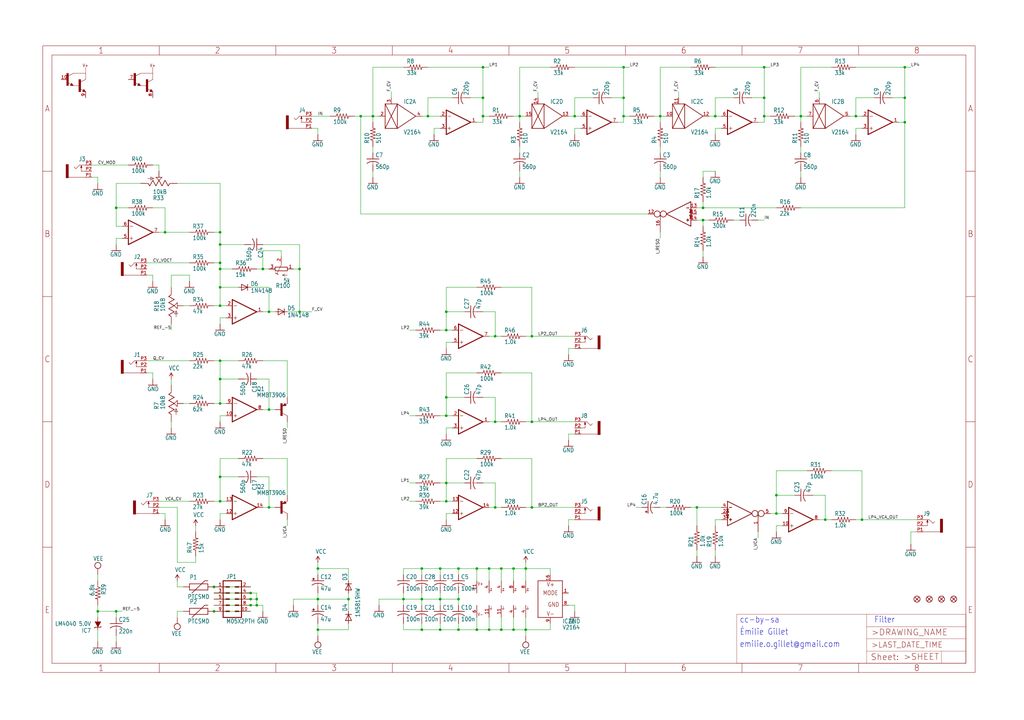
<source format=kicad_sch>
(kicad_sch (version 20231120) (generator "eeschema") (generator_version "8.0")
  (paper "User" 425.45 299.161)
  (junction (at 213.36 236.22))
  (junction (at 185.42 165.1))
  (junction (at 185.42 172.72))
  (junction (at 259.08 27.94))
  (junction (at 167.64 248.92))
  (junction (at 185.42 137.16))
  (junction (at 218.44 261.62))
  (junction (at 88.9 243.84))
  (junction (at 182.88 261.62))
  (junction (at 203.2 261.62))
  (junction (at 111.76 170.18))
  (junction (at 88.9 254))
  (junction (at 91.44 101.6))
  (junction (at 111.76 129.54))
  (junction (at 185.42 129.54))
  (junction (at 91.44 96.52))
  (junction (at 208.28 261.62))
  (junction (at 274.32 48.26))
  (junction (at 238.76 48.26))
  (junction (at 91.44 111.76))
  (junction (at 177.8 48.26))
  (junction (at 132.08 236.22))
  (junction (at 91.44 127))
  (junction (at 292.1 86.36))
  (junction (at 322.58 213.36))
  (junction (at 154.94 48.26))
  (junction (at 259.08 40.64))
  (junction (at 106.68 251.46))
  (junction (at 132.08 248.92))
  (junction (at 40.64 254))
  (junction (at 190.5 248.92))
  (junction (at 317.5 27.94))
  (junction (at 106.68 248.92))
  (junction (at 205.74 139.7))
  (junction (at 175.26 248.92))
  (junction (at 175.26 236.22))
  (junction (at 198.12 236.22))
  (junction (at 203.2 236.22))
  (junction (at 149.86 48.26))
  (junction (at 48.26 254))
  (junction (at 182.88 248.92))
  (junction (at 132.08 261.62))
  (junction (at 91.44 208.28))
  (junction (at 375.92 27.94))
  (junction (at 109.22 111.76))
  (junction (at 220.98 139.7))
  (junction (at 220.98 210.82))
  (junction (at 322.58 205.74))
  (junction (at 292.1 91.44))
  (junction (at 297.18 48.26))
  (junction (at 190.5 261.62))
  (junction (at 124.46 129.54))
  (junction (at 175.26 261.62))
  (junction (at 91.44 198.12))
  (junction (at 68.58 96.52))
  (junction (at 104.14 246.38))
  (junction (at 215.9 48.26))
  (junction (at 332.74 48.26))
  (junction (at 208.28 236.22))
  (junction (at 205.74 210.82))
  (junction (at 104.14 251.46))
  (junction (at 375.92 50.8))
  (junction (at 144.78 248.92))
  (junction (at 205.74 175.26))
  (junction (at 91.44 109.22))
  (junction (at 91.44 167.64))
  (junction (at 289.56 210.82))
  (junction (at 342.9 215.9))
  (junction (at 185.42 200.66))
  (junction (at 198.12 261.62))
  (junction (at 104.14 248.92))
  (junction (at 213.36 261.62))
  (junction (at 375.92 40.64))
  (junction (at 317.5 40.64))
  (junction (at 91.44 149.86))
  (junction (at 358.14 215.9))
  (junction (at 355.6 48.26))
  (junction (at 200.66 27.94))
  (junction (at 317.5 48.26))
  (junction (at 200.66 48.26))
  (junction (at 91.44 157.48))
  (junction (at 91.44 119.38))
  (junction (at 218.44 236.22))
  (junction (at 259.08 48.26))
  (junction (at 190.5 236.22))
  (junction (at 124.46 111.76))
  (junction (at 200.66 40.64))
  (junction (at 185.42 208.28))
  (junction (at 111.76 210.82))
  (junction (at 182.88 236.22))
  (junction (at 220.98 175.26))
  (junction (at 48.26 86.36))
  (wire (pts (xy 238.76 27.94) (xy 259.08 27.94)))
  (wire (pts (xy 91.44 76.2) (xy 91.44 96.52)))
  (wire (pts (xy 317.5 48.26) (xy 317.5 50.8)))
  (wire (pts (xy 269.24 88.9) (xy 149.86 88.9)))
  (wire (pts (xy 93.98 132.08) (xy 91.44 132.08)))
  (wire (pts (xy 294.64 48.26) (xy 297.18 48.26)))
  (wire (pts (xy 182.88 261.62) (xy 190.5 261.62)))
  (wire (pts (xy 63.5 86.36) (xy 68.58 86.36)))
  (wire (pts (xy 322.58 218.44) (xy 322.58 220.98)))
  (wire (pts (xy 144.78 261.62) (xy 132.08 261.62)))
  (wire (pts (xy 238.76 48.26) (xy 241.3 48.26)))
  (wire (pts (xy 332.74 27.94) (xy 345.44 27.94)))
  (wire (pts (xy 193.04 200.66) (xy 185.42 200.66)))
  (wire (pts (xy 111.76 210.82) (xy 114.3 210.82)))
  (wire (pts (xy 203.2 48.26) (xy 200.66 48.26)))
  (wire (pts (xy 106.68 198.12) (xy 111.76 198.12)))
  (wire (pts (xy 149.86 88.9) (xy 149.86 48.26)))
  (wire (pts (xy 48.26 86.36) (xy 48.26 93.98)))
  (wire (pts (xy 289.56 210.82) (xy 289.56 218.44)))
  (wire (pts (xy 208.28 261.62) (xy 213.36 261.62)))
  (wire (pts (xy 167.64 248.92) (xy 157.48 248.92)))
  (wire (pts (xy 274.32 48.26) (xy 274.32 27.94)))
  (wire (pts (xy 167.64 236.22) (xy 175.26 236.22)))
  (wire (pts (xy 73.66 254) (xy 76.2 254)))
  (wire (pts (xy 215.9 50.8) (xy 215.9 48.26)))
  (wire (pts (xy 144.78 248.92) (xy 144.78 254)))
  (wire (pts (xy 289.56 228.6) (xy 289.56 231.14)))
  (wire (pts (xy 73.66 254) (xy 73.66 256.54)))
  (wire (pts (xy 200.66 48.26) (xy 200.66 50.8)))
  (wire (pts (xy 223.52 40.64) (xy 223.52 38.1)))
  (wire (pts (xy 106.68 111.76) (xy 109.22 111.76)))
  (wire (pts (xy 292.1 83.82) (xy 292.1 86.36)))
  (wire (pts (xy 281.94 40.64) (xy 281.94 38.1)))
  (wire (pts (xy 215.9 71.12) (xy 215.9 73.66)))
  (wire (pts (xy 76.2 167.64) (xy 78.74 167.64)))
  (wire (pts (xy 48.26 93.98) (xy 50.8 93.98)))
  (wire (pts (xy 180.34 53.34) (xy 180.34 55.88)))
  (wire (pts (xy 304.8 40.64) (xy 297.18 40.64)))
  (wire (pts (xy 68.58 86.36) (xy 68.58 96.52)))
  (wire (pts (xy 167.64 259.08) (xy 167.64 261.62)))
  (wire (pts (xy 119.38 175.26) (xy 119.38 177.8)))
  (wire (pts (xy 297.18 27.94) (xy 317.5 27.94)))
  (wire (pts (xy 238.76 215.9) (xy 236.22 215.9)))
  (wire (pts (xy 238.76 144.78) (xy 236.22 144.78)))
  (wire (pts (xy 121.92 248.92) (xy 121.92 251.46)))
  (wire (pts (xy 375.92 50.8) (xy 373.38 50.8)))
  (wire (pts (xy 63.5 154.94) (xy 63.5 157.48)))
  (wire (pts (xy 220.98 139.7) (xy 218.44 139.7)))
  (wire (pts (xy 193.04 129.54) (xy 185.42 129.54)))
  (wire (pts (xy 266.7 210.82) (xy 264.16 210.82)))
  (wire (pts (xy 228.6 236.22) (xy 218.44 236.22)))
  (wire (pts (xy 40.64 73.66) (xy 40.64 76.2)))
  (wire (pts (xy 132.08 246.38) (xy 132.08 248.92)))
  (wire (pts (xy 119.38 129.54) (xy 124.46 129.54)))
  (wire (pts (xy 88.9 251.46) (xy 104.14 251.46)))
  (wire (pts (xy 220.98 119.38) (xy 220.98 139.7)))
  (wire (pts (xy 375.92 27.94) (xy 375.92 40.64)))
  (wire (pts (xy 182.88 248.92) (xy 175.26 248.92)))
  (wire (pts (xy 162.56 40.64) (xy 162.56 38.1)))
  (wire (pts (xy 111.76 210.82) (xy 109.22 210.82)))
  (wire (pts (xy 190.5 259.08) (xy 190.5 261.62)))
  (wire (pts (xy 91.44 167.64) (xy 93.98 167.64)))
  (wire (pts (xy 358.14 195.58) (xy 358.14 215.9)))
  (wire (pts (xy 317.5 27.94) (xy 320.04 27.94)))
  (wire (pts (xy 190.5 248.92) (xy 190.5 251.46)))
  (wire (pts (xy 109.22 251.46) (xy 109.22 254)))
  (wire (pts (xy 106.68 248.92) (xy 104.14 248.92)))
  (wire (pts (xy 215.9 48.26) (xy 218.44 48.26)))
  (wire (pts (xy 144.78 236.22) (xy 132.08 236.22)))
  (wire (pts (xy 203.2 175.26) (xy 205.74 175.26)))
  (wire (pts (xy 355.6 27.94) (xy 375.92 27.94)))
  (wire (pts (xy 200.66 40.64) (xy 200.66 48.26)))
  (wire (pts (xy 271.78 48.26) (xy 274.32 48.26)))
  (wire (pts (xy 236.22 48.26) (xy 238.76 48.26)))
  (wire (pts (xy 236.22 180.34) (xy 236.22 182.88)))
  (wire (pts (xy 185.42 208.28) (xy 182.88 208.28)))
  (wire (pts (xy 218.44 236.22) (xy 213.36 236.22)))
  (wire (pts (xy 88.9 149.86) (xy 91.44 149.86)))
  (wire (pts (xy 175.26 248.92) (xy 175.26 251.46)))
  (wire (pts (xy 109.22 104.14) (xy 109.22 111.76)))
  (wire (pts (xy 274.32 96.52) (xy 274.32 99.06)))
  (wire (pts (xy 104.14 251.46) (xy 106.68 251.46)))
  (wire (pts (xy 48.26 254) (xy 50.8 254)))
  (wire (pts (xy 236.22 215.9) (xy 236.22 218.44)))
  (wire (pts (xy 78.74 208.28) (xy 66.04 208.28)))
  (wire (pts (xy 119.38 149.86) (xy 109.22 149.86)))
  (wire (pts (xy 261.62 48.26) (xy 259.08 48.26)))
  (wire (pts (xy 340.36 40.64) (xy 340.36 38.1)))
  (wire (pts (xy 78.74 149.86) (xy 60.96 149.86)))
  (wire (pts (xy 111.76 111.76) (xy 109.22 111.76)))
  (wire (pts (xy 101.6 101.6) (xy 91.44 101.6)))
  (wire (pts (xy 297.18 215.9) (xy 297.18 218.44)))
  (wire (pts (xy 220.98 154.94) (xy 220.98 175.26)))
  (wire (pts (xy 71.12 119.38) (xy 71.12 114.3)))
  (wire (pts (xy 299.72 215.9) (xy 297.18 215.9)))
  (wire (pts (xy 119.38 215.9) (xy 119.38 218.44)))
  (wire (pts (xy 208.28 190.5) (xy 220.98 190.5)))
  (wire (pts (xy 187.96 177.8) (xy 185.42 177.8)))
  (wire (pts (xy 375.92 50.8) (xy 375.92 86.36)))
  (wire (pts (xy 48.26 99.06) (xy 48.26 101.6)))
  (wire (pts (xy 325.12 218.44) (xy 322.58 218.44)))
  (wire (pts (xy 116.84 106.68) (xy 116.84 104.14)))
  (wire (pts (xy 259.08 40.64) (xy 259.08 48.26)))
  (wire (pts (xy 60.96 154.94) (xy 63.5 154.94)))
  (wire (pts (xy 91.44 149.86) (xy 91.44 157.48)))
  (wire (pts (xy 185.42 208.28) (xy 187.96 208.28)))
  (wire (pts (xy 185.42 119.38) (xy 185.42 129.54)))
  (wire (pts (xy 167.64 248.92) (xy 167.64 251.46)))
  (wire (pts (xy 38.1 73.66) (xy 40.64 73.66)))
  (wire (pts (xy 48.26 254) (xy 48.26 256.54)))
  (wire (pts (xy 322.58 195.58) (xy 322.58 205.74)))
  (wire (pts (xy 106.68 248.92) (xy 106.68 251.46)))
  (wire (pts (xy 238.76 53.34) (xy 238.76 55.88)))
  (wire (pts (xy 203.2 139.7) (xy 205.74 139.7)))
  (wire (pts (xy 317.5 27.94) (xy 317.5 40.64)))
  (wire (pts (xy 205.74 139.7) (xy 208.28 139.7)))
  (wire (pts (xy 241.3 53.34) (xy 238.76 53.34)))
  (wire (pts (xy 322.58 213.36) (xy 325.12 213.36)))
  (wire (pts (xy 190.5 236.22) (xy 190.5 238.76)))
  (wire (pts (xy 355.6 53.34) (xy 355.6 55.88)))
  (wire (pts (xy 63.5 114.3) (xy 63.5 116.84)))
  (wire (pts (xy 149.86 48.26) (xy 154.94 48.26)))
  (wire (pts (xy 147.32 48.26) (xy 149.86 48.26)))
  (wire (pts (xy 185.42 213.36) (xy 185.42 215.9)))
  (wire (pts (xy 91.44 172.72) (xy 91.44 175.26)))
  (wire (pts (xy 218.44 256.54) (xy 218.44 261.62)))
  (wire (pts (xy 93.98 213.36) (xy 91.44 213.36)))
  (wire (pts (xy 66.04 213.36) (xy 68.58 213.36)))
  (wire (pts (xy 73.66 76.2) (xy 91.44 76.2)))
  (wire (pts (xy 91.44 157.48) (xy 91.44 167.64)))
  (wire (pts (xy 345.44 195.58) (xy 358.14 195.58)))
  (wire (pts (xy 220.98 190.5) (xy 220.98 210.82)))
  (wire (pts (xy 71.12 160.02) (xy 71.12 157.48)))
  (wire (pts (xy 353.06 48.26) (xy 355.6 48.26)))
  (wire (pts (xy 91.44 190.5) (xy 91.44 198.12)))
  (wire (pts (xy 287.02 210.82) (xy 289.56 210.82)))
  (wire (pts (xy 246.38 40.64) (xy 238.76 40.64)))
  (wire (pts (xy 40.64 254) (xy 48.26 254)))
  (wire (pts (xy 154.94 48.26) (xy 157.48 48.26)))
  (wire (pts (xy 205.74 200.66) (xy 205.74 210.82)))
  (wire (pts (xy 294.64 91.44) (xy 292.1 91.44)))
  (wire (pts (xy 259.08 27.94) (xy 261.62 27.94)))
  (wire (pts (xy 220.98 139.7) (xy 238.76 139.7)))
  (wire (pts (xy 88.9 208.28) (xy 91.44 208.28)))
  (wire (pts (xy 185.42 190.5) (xy 198.12 190.5)))
  (wire (pts (xy 220.98 210.82) (xy 238.76 210.82)))
  (wire (pts (xy 185.42 172.72) (xy 187.96 172.72)))
  (wire (pts (xy 96.52 111.76) (xy 91.44 111.76)))
  (wire (pts (xy 177.8 40.64) (xy 177.8 48.26)))
  (wire (pts (xy 185.42 165.1) (xy 185.42 172.72)))
  (wire (pts (xy 106.68 251.46) (xy 109.22 251.46)))
  (wire (pts (xy 132.08 238.76) (xy 132.08 236.22)))
  (wire (pts (xy 205.74 129.54) (xy 205.74 139.7)))
  (wire (pts (xy 119.38 205.74) (xy 119.38 190.5)))
  (wire (pts (xy 73.66 241.3) (xy 73.66 243.84)))
  (wire (pts (xy 337.82 205.74) (xy 342.9 205.74)))
  (wire (pts (xy 73.66 233.68) (xy 81.28 233.68)))
  (wire (pts (xy 40.64 261.62) (xy 40.64 266.7)))
  (wire (pts (xy 200.66 50.8) (xy 198.12 50.8)))
  (wire (pts (xy 218.44 264.16) (xy 218.44 261.62)))
  (wire (pts (xy 71.12 134.62) (xy 71.12 137.16)))
  (wire (pts (xy 60.96 109.22) (xy 78.74 109.22)))
  (wire (pts (xy 172.72 200.66) (xy 170.18 200.66)))
  (wire (pts (xy 109.22 101.6) (xy 124.46 101.6)))
  (wire (pts (xy 132.08 261.62) (xy 132.08 264.16)))
  (wire (pts (xy 381 215.9) (xy 358.14 215.9)))
  (wire (pts (xy 124.46 129.54) (xy 129.54 129.54)))
  (wire (pts (xy 200.66 27.94) (xy 203.2 27.94)))
  (wire (pts (xy 187.96 142.24) (xy 185.42 142.24)))
  (wire (pts (xy 203.2 236.22) (xy 203.2 241.3)))
  (wire (pts (xy 208.28 154.94) (xy 220.98 154.94)))
  (wire (pts (xy 220.98 175.26) (xy 238.76 175.26)))
  (wire (pts (xy 68.58 96.52) (xy 78.74 96.52)))
  (wire (pts (xy 254 40.64) (xy 259.08 40.64)))
  (wire (pts (xy 312.42 40.64) (xy 317.5 40.64)))
  (wire (pts (xy 198.12 261.62) (xy 203.2 261.62)))
  (wire (pts (xy 205.74 210.82) (xy 208.28 210.82)))
  (wire (pts (xy 292.1 86.36) (xy 322.58 86.36)))
  (wire (pts (xy 355.6 40.64) (xy 355.6 48.26)))
  (wire (pts (xy 167.64 238.76) (xy 167.64 236.22)))
  (wire (pts (xy 320.04 48.26) (xy 317.5 48.26)))
  (wire (pts (xy 292.1 71.12) (xy 297.18 71.12)))
  (wire (pts (xy 88.9 96.52) (xy 91.44 96.52)))
  (wire (pts (xy 38.1 68.58) (xy 53.34 68.58)))
  (wire (pts (xy 208.28 236.22) (xy 203.2 236.22)))
  (wire (pts (xy 48.26 76.2) (xy 58.42 76.2)))
  (wire (pts (xy 99.06 119.38) (xy 91.44 119.38)))
  (wire (pts (xy 91.44 132.08) (xy 91.44 134.62)))
  (wire (pts (xy 68.58 213.36) (xy 68.58 215.9)))
  (wire (pts (xy 190.5 246.38) (xy 190.5 248.92)))
  (wire (pts (xy 314.96 220.98) (xy 314.96 223.52)))
  (wire (pts (xy 91.44 101.6) (xy 91.44 109.22)))
  (wire (pts (xy 198.12 119.38) (xy 185.42 119.38)))
  (wire (pts (xy 187.96 40.64) (xy 177.8 40.64)))
  (wire (pts (xy 182.88 53.34) (xy 180.34 53.34)))
  (wire (pts (xy 213.36 48.26) (xy 215.9 48.26)))
  (wire (pts (xy 332.74 60.96) (xy 332.74 63.5)))
  (wire (pts (xy 88.9 167.64) (xy 91.44 167.64)))
  (wire (pts (xy 259.08 48.26) (xy 259.08 50.8)))
  (wire (pts (xy 228.6 238.76) (xy 228.6 236.22)))
  (wire (pts (xy 66.04 96.52) (xy 68.58 96.52)))
  (wire (pts (xy 154.94 60.96) (xy 154.94 63.5)))
  (wire (pts (xy 99.06 157.48) (xy 91.44 157.48)))
  (wire (pts (xy 187.96 213.36) (xy 185.42 213.36)))
  (wire (pts (xy 91.44 213.36) (xy 91.44 215.9)))
  (wire (pts (xy 274.32 210.82) (xy 276.86 210.82)))
  (wire (pts (xy 236.22 251.46) (xy 238.76 251.46)))
  (wire (pts (xy 132.08 248.92) (xy 144.78 248.92)))
  (wire (pts (xy 228.6 261.62) (xy 228.6 259.08)))
  (wire (pts (xy 185.42 137.16) (xy 187.96 137.16)))
  (wire (pts (xy 172.72 137.16) (xy 170.18 137.16)))
  (wire (pts (xy 73.66 210.82) (xy 73.66 233.68)))
  (wire (pts (xy 71.12 175.26) (xy 71.12 177.8)))
  (wire (pts (xy 104.14 248.92) (xy 88.9 248.92)))
  (wire (pts (xy 370.84 40.64) (xy 375.92 40.64)))
  (wire (pts (xy 99.06 198.12) (xy 91.44 198.12)))
  (wire (pts (xy 137.16 48.26) (xy 129.54 48.26)))
  (wire (pts (xy 185.42 177.8) (xy 185.42 180.34)))
  (wire (pts (xy 185.42 172.72) (xy 182.88 172.72)))
  (wire (pts (xy 167.64 261.62) (xy 175.26 261.62)))
  (wire (pts (xy 106.68 157.48) (xy 111.76 157.48)))
  (wire (pts (xy 111.76 170.18) (xy 114.3 170.18)))
  (wire (pts (xy 297.18 228.6) (xy 297.18 231.14)))
  (wire (pts (xy 91.44 119.38) (xy 91.44 127)))
  (wire (pts (xy 220.98 210.82) (xy 218.44 210.82)))
  (wire (pts (xy 322.58 213.36) (xy 320.04 213.36)))
  (wire (pts (xy 129.54 53.34) (xy 132.08 53.34)))
  (wire (pts (xy 215.9 60.96) (xy 215.9 63.5)))
  (wire (pts (xy 111.76 198.12) (xy 111.76 210.82)))
  (wire (pts (xy 78.74 114.3) (xy 78.74 116.84)))
  (wire (pts (xy 193.04 165.1) (xy 185.42 165.1)))
  (wire (pts (xy 342.9 205.74) (xy 342.9 215.9)))
  (wire (pts (xy 378.46 220.98) (xy 378.46 226.06)))
  (wire (pts (xy 185.42 137.16) (xy 182.88 137.16)))
  (wire (pts (xy 220.98 175.26) (xy 218.44 175.26)))
  (wire (pts (xy 200.66 129.54) (xy 205.74 129.54)))
  (wire (pts (xy 53.34 86.36) (xy 48.26 86.36)))
  (wire (pts (xy 381 220.98) (xy 378.46 220.98)))
  (wire (pts (xy 93.98 172.72) (xy 91.44 172.72)))
  (wire (pts (xy 355.6 48.26) (xy 358.14 48.26)))
  (wire (pts (xy 200.66 200.66) (xy 205.74 200.66)))
  (wire (pts (xy 292.1 73.66) (xy 292.1 71.12)))
  (wire (pts (xy 218.44 261.62) (xy 228.6 261.62)))
  (wire (pts (xy 111.76 157.48) (xy 111.76 170.18)))
  (wire (pts (xy 48.26 76.2) (xy 48.26 86.36)))
  (wire (pts (xy 175.26 48.26) (xy 177.8 48.26)))
  (wire (pts (xy 238.76 40.64) (xy 238.76 48.26)))
  (wire (pts (xy 91.44 96.52) (xy 91.44 101.6)))
  (wire (pts (xy 274.32 71.12) (xy 274.32 73.66)))
  (wire (pts (xy 73.66 243.84) (xy 76.2 243.84)))
  (wire (pts (xy 195.58 40.64) (xy 200.66 40.64)))
  (wire (pts (xy 132.08 248.92) (xy 132.08 251.46)))
  (wire (pts (xy 116.84 104.14) (xy 109.22 104.14)))
  (wire (pts (xy 124.46 111.76) (xy 124.46 129.54)))
  (wire (pts (xy 297.18 48.26) (xy 299.72 48.26)))
  (wire (pts (xy 167.64 246.38) (xy 167.64 248.92)))
  (wire (pts (xy 91.44 198.12) (xy 91.44 208.28)))
  (wire (pts (xy 205.74 165.1) (xy 205.74 175.26)))
  (wire (pts (xy 111.76 129.54) (xy 109.22 129.54)))
  (wire (pts (xy 111.76 119.38) (xy 111.76 129.54)))
  (wire (pts (xy 332.74 48.26) (xy 332.74 27.94)))
  (wire (pts (xy 200.66 165.1) (xy 205.74 165.1)))
  (wire (pts (xy 274.32 48.26) (xy 276.86 48.26)))
  (wire (pts (xy 40.64 256.54) (xy 40.64 254)))
  (wire (pts (xy 208.28 241.3) (xy 208.28 236.22)))
  (wire (pts (xy 213.36 236.22) (xy 208.28 236.22)))
  (wire (pts (xy 78.74 127) (xy 76.2 127)))
  (wire (pts (xy 218.44 233.68) (xy 218.44 236.22)))
  (wire (pts (xy 190.5 248.92) (xy 182.88 248.92)))
  (wire (pts (xy 208.28 256.54) (xy 208.28 261.62)))
  (wire (pts (xy 40.64 241.3) (xy 40.64 238.76)))
  (wire (pts (xy 208.28 119.38) (xy 220.98 119.38)))
  (wire (pts (xy 317.5 50.8) (xy 314.96 50.8)))
  (wire (pts (xy 213.36 241.3) (xy 213.36 236.22)))
  (wire (pts (xy 81.28 233.68) (xy 81.28 231.14)))
  (wire (pts (xy 332.74 48.26) (xy 335.28 48.26)))
  (wire (pts (xy 66.04 68.58) (xy 66.04 71.12)))
  (wire (pts (xy 48.26 264.16) (xy 48.26 266.7)))
  (wire (pts (xy 332.74 50.8) (xy 332.74 48.26)))
  (wire (pts (xy 297.18 53.34) (xy 297.18 55.88)))
  (wire (pts (xy 185.42 200.66) (xy 185.42 208.28)))
  (wire (pts (xy 289.56 86.36) (xy 292.1 86.36)))
  (wire (pts (xy 182.88 238.76) (xy 182.88 236.22)))
  (wire (pts (xy 203.2 256.54) (xy 203.2 261.62)))
  (wire (pts (xy 81.28 220.98) (xy 81.28 218.44)))
  (wire (pts (xy 332.74 71.12) (xy 332.74 73.66)))
  (wire (pts (xy 60.96 114.3) (xy 63.5 114.3)))
  (wire (pts (xy 157.48 248.92) (xy 157.48 251.46)))
  (wire (pts (xy 274.32 60.96) (xy 274.32 63.5)))
  (wire (pts (xy 238.76 180.34) (xy 236.22 180.34)))
  (wire (pts (xy 292.1 91.44) (xy 292.1 93.98)))
  (wire (pts (xy 88.9 246.38) (xy 104.14 246.38)))
  (wire (pts (xy 185.42 129.54) (xy 185.42 137.16)))
  (wire (pts (xy 132.08 248.92) (xy 121.92 248.92)))
  (wire (pts (xy 218.44 241.3) (xy 218.44 236.22)))
  (wire (pts (xy 182.88 200.66) (xy 185.42 200.66)))
  (wire (pts (xy 154.94 50.8) (xy 154.94 48.26)))
  (wire (pts (xy 40.64 254) (xy 40.64 251.46)))
  (wire (pts (xy 111.76 129.54) (xy 114.3 129.54)))
  (wire (pts (xy 342.9 215.9) (xy 345.44 215.9)))
  (wire (pts (xy 154.94 71.12) (xy 154.94 73.66)))
  (wire (pts (xy 215.9 27.94) (xy 228.6 27.94)))
  (wire (pts (xy 289.56 210.82) (xy 299.72 210.82)))
  (wire (pts (xy 119.38 190.5) (xy 109.22 190.5)))
  (wire (pts (xy 175.26 246.38) (xy 175.26 248.92)))
  (wire (pts (xy 182.88 259.08) (xy 182.88 261.62)))
  (wire (pts (xy 190.5 261.62) (xy 198.12 261.62)))
  (wire (pts (xy 215.9 48.26) (xy 215.9 27.94)))
  (wire (pts (xy 375.92 40.64) (xy 375.92 50.8)))
  (wire (pts (xy 322.58 205.74) (xy 322.58 213.36)))
  (wire (pts (xy 335.28 195.58) (xy 322.58 195.58)))
  (wire (pts (xy 104.14 246.38) (xy 106.68 246.38)))
  (wire (pts (xy 177.8 48.26) (xy 182.88 48.26)))
  (wire (pts (xy 203.2 210.82) (xy 205.74 210.82)))
  (wire (pts (xy 332.74 86.36) (xy 375.92 86.36)))
  (wire (pts (xy 198.12 256.54) (xy 198.12 261.62)))
  (wire (pts (xy 177.8 27.94) (xy 200.66 27.94)))
  (wire (pts (xy 200.66 27.94) (xy 200.66 40.64)))
  (wire (pts (xy 299.72 53.34) (xy 297.18 53.34)))
  (wire (pts (xy 185.42 142.24) (xy 185.42 144.78)))
  (wire (pts (xy 203.2 261.62) (xy 208.28 261.62)))
  (wire (pts (xy 358.14 53.34) (xy 355.6 53.34)))
  (wire (pts (xy 213.36 261.62) (xy 218.44 261.62)))
  (wire (pts (xy 99.06 190.5) (xy 91.44 190.5)))
  (wire (pts (xy 185.42 154.94) (xy 185.42 165.1)))
  (wire (pts (xy 259.08 27.94) (xy 259.08 40.64)))
  (wire (pts (xy 182.88 248.92) (xy 182.88 246.38)))
  (wire (pts (xy 132.08 236.22) (xy 132.08 233.68)))
  (wire (pts (xy 274.32 50.8) (xy 274.32 48.26)))
  (wire (pts (xy 63.5 68.58) (xy 66.04 68.58)))
  (wire (pts (xy 182.88 236.22) (xy 175.26 236.22)))
  (wire (pts (xy 259.08 50.8) (xy 256.54 50.8)))
  (wire (pts (xy 198.12 241.3) (xy 198.12 236.22)))
  (wire (pts (xy 154.94 48.26) (xy 154.94 27.94)))
  (wire (pts (xy 203.2 236.22) (xy 198.12 236.22)))
  (wire (pts (xy 111.76 170.18) (xy 109.22 170.18)))
  (wire (pts (xy 132.08 53.34) (xy 132.08 55.88)))
  (wire (pts (xy 144.78 259.08) (xy 144.78 261.62)))
  (wire (pts (xy 185.42 190.5) (xy 185.42 200.66)))
  (wire (pts (xy 175.26 259.08) (xy 175.26 261.62)))
  (wire (pts (xy 99.06 149.86) (xy 91.44 149.86)))
  (wire (pts (xy 119.38 165.1) (xy 119.38 149.86)))
  (wire (pts (xy 71.12 114.3) (xy 78.74 114.3)))
  (wire (pts (xy 182.88 236.22) (xy 190.5 236.22)))
  (wire (pts (xy 172.72 208.28) (xy 170.18 208.28)))
  (wire (pts (xy 274.32 27.94) (xy 287.02 27.94)))
  (wire (pts (xy 66.04 210.82) (xy 73.66 210.82)))
  (wire (pts (xy 236.22 144.78) (xy 236.22 147.32)))
  (wire (pts (xy 106.68 246.38) (xy 106.68 248.92)))
  (wire (pts (xy 172.72 172.72) (xy 170.18 172.72)))
  (wire (pts (xy 205.74 175.26) (xy 208.28 175.26)))
  (wire (pts (xy 104.14 119.38) (xy 111.76 119.38)))
  (wire (pts (xy 304.8 91.44) (xy 307.34 91.44)))
  (wire (pts (xy 175.26 248.92) (xy 167.64 248.92)))
  (wire (pts (xy 314.96 91.44) (xy 317.5 91.44)))
  (wire (pts (xy 198.12 236.22) (xy 190.5 236.22)))
  (wire (pts (xy 50.8 99.06) (xy 48.26 99.06)))
  (wire (pts (xy 88.9 254) (xy 104.14 254)))
  (wire (pts (xy 175.26 236.22) (xy 175.26 238.76)))
  (wire (pts (xy 238.76 251.46) (xy 238.76 254)))
  (wire (pts (xy 297.18 40.64) (xy 297.18 48.26)))
  (wire (pts (xy 121.92 111.76) (xy 124.46 111.76)))
  (wire (pts (xy 91.44 127) (xy 93.98 127)))
  (wire (pts (xy 91.44 127) (xy 88.9 127)))
  (wire (pts (xy 144.78 246.38) (xy 144.78 248.92)))
  (wire (pts (xy 355.6 215.9) (xy 358.14 215.9)))
  (wire (pts (xy 289.56 91.44) (xy 292.1 91.44)))
  (wire (pts (xy 330.2 205.74) (xy 322.58 205.74)))
  (wire (pts (xy 88.9 109.22) (xy 91.44 109.22)))
  (wire (pts (xy 213.36 256.54) (xy 213.36 261.62)))
  (wire (pts (xy 91.44 111.76) (xy 91.44 119.38)))
  (wire (pts (xy 175.26 261.62) (xy 182.88 261.62)))
  (wire (pts (xy 330.2 48.26) (xy 332.74 48.26)))
  (wire (pts (xy 182.88 251.46) (xy 182.88 248.92)))
  (wire (pts (xy 375.92 27.94) (xy 378.46 27.94)))
  (wire (pts (xy 292.1 104.14) (xy 292.1 106.68)))
  (wire (pts (xy 340.36 215.9) (xy 342.9 215.9)))
  (wire (pts (xy 144.78 241.3) (xy 144.78 236.22)))
  (wire (pts (xy 317.5 40.64) (xy 317.5 48.26)))
  (wire (pts (xy 91.44 208.28) (xy 93.98 208.28)))
  (wire (pts (xy 154.94 27.94) (xy 167.64 27.94)))
  (wire (pts (xy 88.9 243.84) (xy 104.14 243.84)))
  (wire (pts (xy 185.42 154.94) (xy 198.12 154.94)))
  (wire (pts (xy 124.46 101.6) (xy 124.46 111.76)))
  (wire (pts (xy 132.08 259.08) (xy 132.08 261.62)))
  (wire (pts (xy 363.22 40.64) (xy 355.6 40.64)))
  (wire (pts (xy 91.44 109.22) (xy 91.44 111.76)))
  (text "Émilie Gillet" (at 307.34 264.16 0) (effects (font (size 2.54 2.159)) (justify left bottom)))
  (text "Filter" (at 363.22 259.08 0) (effects (font (size 2.54 2.159)) (justify left bottom)))
  (text "cc-by-sa" (at 307.34 259.08 0) (effects (font (size 2.54 2.159)) (justify left bottom)))
  (text "emilie.o.gillet@gmail.com" (at 307.34 269.24 0) (effects (font (size 2.54 2.159)) (justify left bottom)))
  (label "LP2" (at 170.18 137.16 180) (effects (font (size 1.2446 1.2446))))
  (label "LP2" (at 261.62 27.94 0) (effects (font (size 1.2446 1.2446))))
  (label "LP4" (at 378.46 27.94 0) (effects (font (size 1.2446 1.2446))))
  (label "BP2_OUT" (at 223.52 210.82 0) (effects (font (size 1.2446 1.2446))))
  (label "LP4" (at 264.16 210.82 180) (effects (font (size 1.2446 1.2446))))
  (label "I_RESO" (at 274.32 99.06 270) (effects (font (size 1.2446 1.2446))))
  (label "F_CV" (at 281.94 38.1 90) (effects (font (size 1.2446 1.2446))))
  (label "F_CV" (at 129.54 129.54 0) (effects (font (size 1.2446 1.2446))))
  (label "LP1" (at 170.18 200.66 180) (effects (font (size 1.2446 1.2446))))
  (label "F_CV" (at 340.36 38.1 90) (effects (font (size 1.2446 1.2446))))
  (label "REF_-5" (at 50.8 254 0) (effects (font (size 1.2446 1.2446))))
  (label "LP3" (at 320.04 27.94 0) (effects (font (size 1.2446 1.2446))))
  (label "I_VCA" (at 119.38 218.44 270) (effects (font (size 1.2446 1.2446))))
  (label "REF_-5" (at 71.12 137.16 180) (effects (font (size 1.2446 1.2446))))
  (label "LP4" (at 170.18 172.72 180) (effects (font (size 1.2446 1.2446))))
  (label "LP2_OUT" (at 223.52 139.7 0) (effects (font (size 1.2446 1.2446))))
  (label "LP4_OUT" (at 223.52 175.26 0) (effects (font (size 1.2446 1.2446))))
  (label "F_CV" (at 223.52 38.1 90) (effects (font (size 1.2446 1.2446))))
  (label "IN" (at 317.5 91.44 0) (effects (font (size 1.2446 1.2446))))
  (label "CV_MOD" (at 40.64 68.58 0) (effects (font (size 1.2446 1.2446))))
  (label "LP2" (at 170.18 208.28 180) (effects (font (size 1.2446 1.2446))))
  (label "LP4_VCA_OUT" (at 360.68 215.9 0) (effects (font (size 1.2446 1.2446))))
  (label "VCA_CV" (at 68.58 208.28 0) (effects (font (size 1.2446 1.2446))))
  (label "I_RESO" (at 119.38 177.8 270) (effects (font (size 1.2446 1.2446))))
  (label "IN" (at 132.08 48.26 0) (effects (font (size 1.2446 1.2446))))
  (label "Q_CV" (at 63.5 149.86 0) (effects (font (size 1.2446 1.2446))))
  (label "I_VCA" (at 314.96 223.52 270) (effects (font (size 1.2446 1.2446))))
  (label "F_CV" (at 162.56 38.1 90) (effects (font (size 1.2446 1.2446))))
  (label "CV_VOCT" (at 63.5 109.22 0) (effects (font (size 1.2446 1.2446))))
  (label "LP1" (at 203.2 27.94 0) (effects (font (size 1.2446 1.2446))))
  (symbol (lib_id "ripples_v40-eagle-import:GND") (at 185.42 182.88 0) (unit 1)
    (property "Reference" "#GND18" (effects (hide yes)))
    (property "Value" "GND" (at 182.88 185.42 0) (effects (font (size 1.778 1.5113)) (justify left bottom)))
    (property "Footprint" "ripples_v40:" (effects (hide yes)))
  )
  (symbol (lib_id "ripples_v40-eagle-import:R-US_R0603") (at 340.36 195.58 0) (unit 1)
    (property "Reference" "R31" (at 336.55 194.0814 0) (effects (font (size 1.778 1.5113)) (justify left bottom)))
    (property "Value" "100k" (at 336.55 198.882 0) (effects (font (size 1.778 1.5113)) (justify left bottom)))
    (property "Footprint" "ripples_v40:R0603" (effects (hide yes)))
  )
  (symbol (lib_id "ripples_v40-eagle-import:R-US_R0603") (at 292.1 99.06 90) (unit 1)
    (property "Reference" "R14" (at 290.6014 102.87 0) (effects (font (size 1.778 1.5113)) (justify left bottom)))
    (property "Value" "1.0k" (at 295.402 102.87 0) (effects (font (size 1.778 1.5113)) (justify left bottom)))
    (property "Footprint" "ripples_v40:R0603" (effects (hide yes)))
  )
  (symbol (lib_id "ripples_v40-eagle-import:C-USC0603") (at 274.32 66.04 0) (unit 1)
    (property "Reference" "C3" (at 275.336 65.405 0) (effects (font (size 1.778 1.5113)) (justify left bottom)))
    (property "Value" "560p" (at 275.336 70.231 0) (effects (font (size 1.778 1.5113)) (justify left bottom)))
    (property "Footprint" "ripples_v40:C0603" (effects (hide yes)))
  )
  (symbol (lib_id "ripples_v40-eagle-import:R-US_R0603") (at 58.42 86.36 0) (unit 1)
    (property "Reference" "R38" (at 54.61 84.8614 0) (effects (font (size 1.778 1.5113)) (justify left bottom)))
    (property "Value" "100k" (at 54.61 89.662 0) (effects (font (size 1.778 1.5113)) (justify left bottom)))
    (property "Footprint" "ripples_v40:R0603" (effects (hide yes)))
  )
  (symbol (lib_id "ripples_v40-eagle-import:C-USC0603") (at 215.9 66.04 0) (unit 1)
    (property "Reference" "C2" (at 216.916 65.405 0) (effects (font (size 1.778 1.5113)) (justify left bottom)))
    (property "Value" "560p" (at 216.916 70.231 0) (effects (font (size 1.778 1.5113)) (justify left bottom)))
    (property "Footprint" "ripples_v40:C0603" (effects (hide yes)))
  )
  (symbol (lib_id "ripples_v40-eagle-import:C-USC0603") (at 154.94 66.04 0) (unit 1)
    (property "Reference" "C7" (at 155.956 65.405 0) (effects (font (size 1.778 1.5113)) (justify left bottom)))
    (property "Value" "560p" (at 155.956 70.231 0) (effects (font (size 1.778 1.5113)) (justify left bottom)))
    (property "Footprint" "ripples_v40:C0603" (effects (hide yes)))
  )
  (symbol (lib_id "ripples_v40-eagle-import:R-US_R0603") (at 83.82 127 0) (unit 1)
    (property "Reference" "R34" (at 80.01 125.5014 0) (effects (font (size 1.778 1.5113)) (justify left bottom)))
    (property "Value" "47k" (at 80.01 130.302 0) (effects (font (size 1.778 1.5113)) (justify left bottom)))
    (property "Footprint" "ripples_v40:R0603" (effects (hide yes)))
  )
  (symbol (lib_id "ripples_v40-eagle-import:R-US_R0603") (at 213.36 210.82 0) (unit 1)
    (property "Reference" "R28" (at 209.55 209.3214 0) (effects (font (size 1.778 1.5113)) (justify left bottom)))
    (property "Value" "1.0k" (at 209.55 214.122 0) (effects (font (size 1.778 1.5113)) (justify left bottom)))
    (property "Footprint" "ripples_v40:R0603" (effects (hide yes)))
  )
  (symbol (lib_id "ripples_v40-eagle-import:GND") (at 215.9 76.2 0) (unit 1)
    (property "Reference" "#GND5" (effects (hide yes)))
    (property "Value" "GND" (at 213.36 78.74 0) (effects (font (size 1.778 1.5113)) (justify left bottom)))
    (property "Footprint" "ripples_v40:" (effects (hide yes)))
  )
  (symbol (lib_id "ripples_v40-eagle-import:R-US_R0603") (at 208.28 48.26 0) (unit 1)
    (property "Reference" "R1" (at 204.47 46.7614 0) (effects (font (size 1.778 1.5113)) (justify left bottom)))
    (property "Value" "33k" (at 204.47 51.562 0) (effects (font (size 1.778 1.5113)) (justify left bottom)))
    (property "Footprint" "ripples_v40:R0603" (effects (hide yes)))
  )
  (symbol (lib_id "ripples_v40-eagle-import:FIDUCIAL1X2") (at 391.16 248.92 0) (unit 1)
    (property "Reference" "F4" (effects (hide yes)))
    (property "Value" "FIDUCIAL1X2" (effects (hide yes)))
    (property "Footprint" "ripples_v40:FIDUCIAL-1X2" (effects (hide yes)))
  )
  (symbol (lib_id "ripples_v40-eagle-import:GND") (at 63.5 160.02 0) (mirror y) (unit 1)
    (property "Reference" "#GND35" (effects (hide yes)))
    (property "Value" "GND" (at 66.04 162.56 0) (effects (font (size 1.778 1.5113)) (justify left bottom)))
    (property "Footprint" "ripples_v40:" (effects (hide yes)))
  )
  (symbol (lib_id "ripples_v40-eagle-import:R-US_R0603") (at 297.18 223.52 90) (unit 1)
    (property "Reference" "R19" (at 295.6814 227.33 0) (effects (font (size 1.778 1.5113)) (justify left bottom)))
    (property "Value" "1.0k" (at 300.482 227.33 0) (effects (font (size 1.778 1.5113)) (justify left bottom)))
    (property "Footprint" "ripples_v40:R0603" (effects (hide yes)))
  )
  (symbol (lib_id "ripples_v40-eagle-import:GND") (at 292.1 109.22 0) (unit 1)
    (property "Reference" "#GND11" (effects (hide yes)))
    (property "Value" "GND" (at 289.56 111.76 0) (effects (font (size 1.778 1.5113)) (justify left bottom)))
    (property "Footprint" "ripples_v40:" (effects (hide yes)))
  )
  (symbol (lib_id "ripples_v40-eagle-import:DIODE-SOD123") (at 144.78 243.84 90) (unit 1)
    (property "Reference" "D3" (at 144.2974 241.3 0) (effects (font (size 1.778 1.5113)) (justify left bottom)))
    (property "Value" "1N5819HW" (effects (hide yes)))
    (property "Footprint" "ripples_v40:SOD123" (effects (hide yes)))
  )
  (symbol (lib_id "ripples_v40-eagle-import:C-USC0603") (at 182.88 241.3 0) (unit 1)
    (property "Reference" "C13" (at 183.896 240.665 0) (effects (font (size 1.778 1.5113)) (justify left bottom)))
    (property "Value" "100n" (at 183.896 245.491 0) (effects (font (size 1.778 1.5113)) (justify left bottom)))
    (property "Footprint" "ripples_v40:C0603" (effects (hide yes)))
  )
  (symbol (lib_id "ripples_v40-eagle-import:C-USC0603") (at 167.64 241.3 0) (unit 1)
    (property "Reference" "C20" (at 168.656 240.665 0) (effects (font (size 1.778 1.5113)) (justify left bottom)))
    (property "Value" "100n" (at 168.656 245.491 0) (effects (font (size 1.778 1.5113)) (justify left bottom)))
    (property "Footprint" "ripples_v40:C0603" (effects (hide yes)))
  )
  (symbol (lib_id "ripples_v40-eagle-import:GND") (at 236.22 185.42 0) (unit 1)
    (property "Reference" "#GND36" (effects (hide yes)))
    (property "Value" "GND" (at 233.68 187.96 0) (effects (font (size 1.778 1.5113)) (justify left bottom)))
    (property "Footprint" "ripples_v40:" (effects (hide yes)))
  )
  (symbol (lib_id "ripples_v40-eagle-import:-PNP-SOT23-BEC") (at 116.84 210.82 0) (unit 1)
    (property "Reference" "Q2" (at 106.68 203.2 0) (effects (font (size 1.778 1.5113)) (justify left bottom)))
    (property "Value" "MMBT3906" (at 106.68 205.74 0) (effects (font (size 1.778 1.5113)) (justify left bottom)))
    (property "Footprint" "ripples_v40:SOT23-BEC" (effects (hide yes)))
  )
  (symbol (lib_id "ripples_v40-eagle-import:C-USC0603") (at 332.74 205.74 90) (unit 1)
    (property "Reference" "C23" (at 332.105 204.724 0) (effects (font (size 1.778 1.5113)) (justify left bottom)))
    (property "Value" "47p" (at 336.931 204.724 0) (effects (font (size 1.778 1.5113)) (justify left bottom)))
    (property "Footprint" "ripples_v40:C0603" (effects (hide yes)))
  )
  (symbol (lib_id "ripples_v40-eagle-import:GND") (at 332.74 76.2 0) (unit 1)
    (property "Reference" "#GND9" (effects (hide yes)))
    (property "Value" "GND" (at 330.2 78.74 0) (effects (font (size 1.778 1.5113)) (justify left bottom)))
    (property "Footprint" "ripples_v40:" (effects (hide yes)))
  )
  (symbol (lib_id "ripples_v40-eagle-import:POT_USVERTICAL_PS") (at 71.12 127 0) (unit 1)
    (property "Reference" "R18" (at 66.04 129.54 90) (effects (font (size 1.778 1.5113)) (justify left bottom)))
    (property "Value" "10kB" (at 68.58 129.54 90) (effects (font (size 1.778 1.5113)) (justify left bottom)))
    (property "Footprint" "ripples_v40:ALPS_POT_VERTICAL_PS" (effects (hide yes)))
  )
  (symbol (lib_id "ripples_v40-eagle-import:GND") (at 48.26 269.24 0) (unit 1)
    (property "Reference" "#GND85" (effects (hide yes)))
    (property "Value" "GND" (at 45.72 271.78 0) (effects (font (size 1.778 1.5113)) (justify left bottom)))
    (property "Footprint" "ripples_v40:" (effects (hide yes)))
  )
  (symbol (lib_id "ripples_v40-eagle-import:GND") (at 78.74 119.38 0) (unit 1)
    (property "Reference" "#GND30" (effects (hide yes)))
    (property "Value" "GND" (at 76.2 121.92 0) (effects (font (size 1.778 1.5113)) (justify left bottom)))
    (property "Footprint" "ripples_v40:" (effects (hide yes)))
  )
  (symbol (lib_id "ripples_v40-eagle-import:R-US_R0603") (at 177.8 200.66 0) (unit 1)
    (property "Reference" "R27" (at 173.99 199.1614 0) (effects (font (size 1.778 1.5113)) (justify left bottom)))
    (property "Value" "39k" (at 173.99 203.962 0) (effects (font (size 1.778 1.5113)) (justify left bottom)))
    (property "Footprint" "ripples_v40:R0603" (effects (hide yes)))
  )
  (symbol (lib_id "ripples_v40-eagle-import:R-US_R0603") (at 327.66 86.36 0) (unit 1)
    (property "Reference" "R16" (at 323.85 84.8614 0) (effects (font (size 1.778 1.5113)) (justify left bottom)))
    (property "Value" "22k" (at 323.85 89.662 0) (effects (font (size 1.778 1.5113)) (justify left bottom)))
    (property "Footprint" "ripples_v40:R0603" (effects (hide yes)))
  )
  (symbol (lib_id "ripples_v40-eagle-import:C-USC0603") (at 195.58 165.1 90) (unit 1)
    (property "Reference" "C26" (at 194.945 164.084 0) (effects (font (size 1.778 1.5113)) (justify left bottom)))
    (property "Value" "47p" (at 199.771 164.084 0) (effects (font (size 1.778 1.5113)) (justify left bottom)))
    (property "Footprint" "ripples_v40:C0603" (effects (hide yes)))
  )
  (symbol (lib_id "ripples_v40-eagle-import:R-US_R0603") (at 233.68 27.94 0) (unit 1)
    (property "Reference" "R2" (at 229.87 26.4414 0) (effects (font (size 1.778 1.5113)) (justify left bottom)))
    (property "Value" "33k" (at 229.87 31.242 0) (effects (font (size 1.778 1.5113)) (justify left bottom)))
    (property "Footprint" "ripples_v40:R0603" (effects (hide yes)))
  )
  (symbol (lib_id "ripples_v40-eagle-import:M05X2PTH") (at 96.52 248.92 0) (unit 1)
    (property "Reference" "JP1" (at 93.98 240.538 0) (effects (font (size 1.778 1.5113)) (justify left bottom)))
    (property "Value" "M05X2PTH" (at 93.98 259.08 0) (effects (font (size 1.778 1.5113)) (justify left bottom)))
    (property "Footprint" "ripples_v40:AVR_ICSP" (effects (hide yes)))
  )
  (symbol (lib_id "ripples_v40-eagle-import:PJ301_THONKICONN6") (at 33.02 71.12 0) (mirror y) (unit 1)
    (property "Reference" "J3" (at 35.56 67.056 0) (effects (font (size 1.778 1.5113)) (justify left bottom)))
    (property "Value" "PJ301_THONKICONN6" (effects (hide yes)))
    (property "Footprint" "ripples_v40:WQP_PJ_301M6" (effects (hide yes)))
  )
  (symbol (lib_id "ripples_v40-eagle-import:PJ301_THONKICONN6") (at 60.96 210.82 0) (mirror y) (unit 1)
    (property "Reference" "J7" (at 63.5 206.756 0) (effects (font (size 1.778 1.5113)) (justify left bottom)))
    (property "Value" "PJ301_THONKICONN6" (effects (hide yes)))
    (property "Footprint" "ripples_v40:WQP_PJ_301M6" (effects (hide yes)))
  )
  (symbol (lib_id "ripples_v40-eagle-import:GND") (at 63.5 119.38 0) (unit 1)
    (property "Reference" "#GND23" (effects (hide yes)))
    (property "Value" "GND" (at 60.96 121.92 0) (effects (font (size 1.778 1.5113)) (justify left bottom)))
    (property "Footprint" "ripples_v40:" (effects (hide yes)))
  )
  (symbol (lib_id "ripples_v40-eagle-import:GND") (at 91.44 218.44 0) (unit 1)
    (property "Reference" "#GND16" (effects (hide yes)))
    (property "Value" "GND" (at 88.9 220.98 0) (effects (font (size 1.778 1.5113)) (justify left bottom)))
    (property "Footprint" "ripples_v40:" (effects (hide yes)))
  )
  (symbol (lib_id "ripples_v40-eagle-import:C-USC0603") (at 48.26 259.08 0) (unit 1)
    (property "Reference" "C25" (at 49.276 258.445 0) (effects (font (size 1.778 1.5113)) (justify left bottom)))
    (property "Value" "220n" (at 49.276 263.271 0) (effects (font (size 1.778 1.5113)) (justify left bottom)))
    (property "Footprint" "ripples_v40:C0603" (effects (hide yes)))
  )
  (symbol (lib_id "ripples_v40-eagle-import:TL074D") (at 195.58 139.7 0) (mirror x) (unit 2)
    (property "Reference" "IC6" (effects (hide yes)))
    (property "Value" "TL074D" (effects (hide yes)))
    (property "Footprint" "ripples_v40:SO14" (effects (hide yes)))
  )
  (symbol (lib_id "ripples_v40-eagle-import:C-USC0603") (at 190.5 241.3 0) (unit 1)
    (property "Reference" "C5" (at 191.516 240.665 0) (effects (font (size 1.778 1.5113)) (justify left bottom)))
    (property "Value" "100n" (at 191.516 245.491 0) (effects (font (size 1.778 1.5113)) (justify left bottom)))
    (property "Footprint" "ripples_v40:C0603" (effects (hide yes)))
  )
  (symbol (lib_id "ripples_v40-eagle-import:GND") (at 297.18 73.66 0) (unit 1)
    (property "Reference" "#GND10" (effects (hide yes)))
    (property "Value" "GND" (at 294.64 76.2 0) (effects (font (size 1.778 1.5113)) (justify left bottom)))
    (property "Footprint" "ripples_v40:" (effects (hide yes)))
  )
  (symbol (lib_id "ripples_v40-eagle-import:R-US_R0603") (at 177.8 172.72 0) (unit 1)
    (property "Reference" "R43" (at 173.99 171.2214 0) (effects (font (size 1.778 1.5113)) (justify left bottom)))
    (property "Value" "33k" (at 173.99 176.022 0) (effects (font (size 1.778 1.5113)) (justify left bottom)))
    (property "Footprint" "ripples_v40:R0603" (effects (hide yes)))
  )
  (symbol (lib_id "ripples_v40-eagle-import:R-US_R0603") (at 177.8 208.28 0) (unit 1)
    (property "Reference" "R30" (at 173.99 206.7814 0) (effects (font (size 1.778 1.5113)) (justify left bottom)))
    (property "Value" "39k" (at 173.99 211.582 0) (effects (font (size 1.778 1.5113)) (justify left bottom)))
    (property "Footprint" "ripples_v40:R0603" (effects (hide yes)))
  )
  (symbol (lib_id "ripples_v40-eagle-import:GND") (at 322.58 223.52 0) (unit 1)
    (property "Reference" "#GND22" (effects (hide yes)))
    (property "Value" "GND" (at 320.04 226.06 0) (effects (font (size 1.778 1.5113)) (justify left bottom)))
    (property "Footprint" "ripples_v40:" (effects (hide yes)))
  )
  (symbol (lib_id "ripples_v40-eagle-import:VCC") (at 132.08 233.68 0) (unit 1)
    (property "Reference" "#P+4" (effects (hide yes)))
    (property "Value" "VCC" (at 131.064 230.124 0) (effects (font (size 1.778 1.5113)) (justify left bottom)))
    (property "Footprint" "ripples_v40:" (effects (hide yes)))
  )
  (symbol (lib_id "ripples_v40-eagle-import:GND") (at 238.76 58.42 0) (unit 1)
    (property "Reference" "#GND4" (effects (hide yes)))
    (property "Value" "GND" (at 236.22 60.96 0) (effects (font (size 1.778 1.5113)) (justify left bottom)))
    (property "Footprint" "ripples_v40:" (effects (hide yes)))
  )
  (symbol (lib_id "ripples_v40-eagle-import:C-USC0603") (at 195.58 129.54 90) (unit 1)
    (property "Reference" "C27" (at 194.945 128.524 0) (effects (font (size 1.778 1.5113)) (justify left bottom)))
    (property "Value" "47p" (at 199.771 128.524 0) (effects (font (size 1.778 1.5113)) (justify left bottom)))
    (property "Footprint" "ripples_v40:C0603" (effects (hide yes)))
  )
  (symbol (lib_id "ripples_v40-eagle-import:R-US_R0603") (at 83.82 208.28 0) (unit 1)
    (property "Reference" "R23" (at 80.01 206.7814 0) (effects (font (size 1.778 1.5113)) (justify left bottom)))
    (property "Value" "27k" (at 80.01 211.582 0) (effects (font (size 1.778 1.5113)) (justify left bottom)))
    (property "Footprint" "ripples_v40:R0603" (effects (hide yes)))
  )
  (symbol (lib_id "ripples_v40-eagle-import:R-US_R0603") (at 83.82 149.86 0) (unit 1)
    (property "Reference" "R25" (at 80.01 148.3614 0) (effects (font (size 1.778 1.5113)) (justify left bottom)))
    (property "Value" "22k" (at 80.01 153.162 0) (effects (font (size 1.778 1.5113)) (justify left bottom)))
    (property "Footprint" "ripples_v40:R0603" (effects (hide yes)))
  )
  (symbol (lib_id "ripples_v40-eagle-import:GND") (at 71.12 180.34 0) (unit 1)
    (property "Reference" "#GND15" (effects (hide yes)))
    (property "Value" "GND" (at 68.58 182.88 0) (effects (font (size 1.778 1.5113)) (justify left bottom)))
    (property "Footprint" "ripples_v40:" (effects (hide yes)))
  )
  (symbol (lib_id "ripples_v40-eagle-import:GND") (at 132.08 58.42 0) (unit 1)
    (property "Reference" "#GND24" (effects (hide yes)))
    (property "Value" "GND" (at 129.54 60.96 0) (effects (font (size 1.778 1.5113)) (justify left bottom)))
    (property "Footprint" "ripples_v40:" (effects (hide yes)))
  )
  (symbol (lib_id "ripples_v40-eagle-import:PJ301_THONKICONN6") (at 55.88 111.76 0) (mirror y) (unit 1)
    (property "Reference" "J2" (at 58.42 107.696 0) (effects (font (size 1.778 1.5113)) (justify left bottom)))
    (property "Value" "PJ301_THONKICONN6" (effects (hide yes)))
    (property "Footprint" "ripples_v40:WQP_PJ_301M6" (effects (hide yes)))
  )
  (symbol (lib_id "ripples_v40-eagle-import:VCC") (at 73.66 241.3 0) (unit 1)
    (property "Reference" "#P+1" (effects (hide yes)))
    (property "Value" "VCC" (at 72.644 237.744 0) (effects (font (size 1.778 1.5113)) (justify left bottom)))
    (property "Footprint" "ripples_v40:" (effects (hide yes)))
  )
  (symbol (lib_id "ripples_v40-eagle-import:R-US_R0603") (at 213.36 139.7 0) (unit 1)
    (property "Reference" "R46" (at 209.55 138.2014 0) (effects (font (size 1.778 1.5113)) (justify left bottom)))
    (property "Value" "1.0k" (at 209.55 143.002 0) (effects (font (size 1.778 1.5113)) (justify left bottom)))
    (property "Footprint" "ripples_v40:R0603" (effects (hide yes)))
  )
  (symbol (lib_id "ripples_v40-eagle-import:GND") (at 40.64 269.24 0) (unit 1)
    (property "Reference" "#GND82" (effects (hide yes)))
    (property "Value" "GND" (at 38.1 271.78 0) (effects (font (size 1.778 1.5113)) (justify left bottom)))
    (property "Footprint" "ripples_v40:" (effects (hide yes)))
  )
  (symbol (lib_id "ripples_v40-eagle-import:C-USC0603") (at 106.68 101.6 270) (unit 1)
    (property "Reference" "C24" (at 107.315 102.616 0) (effects (font (size 1.778 1.5113)) (justify left bottom)))
    (property "Value" "560p" (at 102.489 102.616 0) (effects (font (size 1.778 1.5113)) (justify left bottom)))
    (property "Footprint" "ripples_v40:C0603" (effects (hide yes)))
  )
  (symbol (lib_id "ripples_v40-eagle-import:DIODE-SOD323-W") (at 101.6 119.38 0) (unit 1)
    (property "Reference" "D6" (at 104.14 118.8974 0) (effects (font (size 1.778 1.5113)) (justify left bottom)))
    (property "Value" "1N4148" (at 104.14 121.6914 0) (effects (font (size 1.778 1.5113)) (justify left bottom)))
    (property "Footprint" "ripples_v40:SOD323-W" (effects (hide yes)))
  )
  (symbol (lib_id "ripples_v40-eagle-import:GND") (at 297.18 233.68 0) (unit 1)
    (property "Reference" "#GND21" (effects (hide yes)))
    (property "Value" "GND" (at 294.64 236.22 0) (effects (font (size 1.778 1.5113)) (justify left bottom)))
    (property "Footprint" "ripples_v40:" (effects (hide yes)))
  )
  (symbol (lib_id "ripples_v40-eagle-import:VEE") (at 40.64 236.22 0) (unit 1)
    (property "Reference" "#SUPPLY10" (effects (hide yes)))
    (property "Value" "VEE" (at 38.735 233.045 0) (effects (font (size 1.778 1.5113)) (justify left bottom)))
    (property "Footprint" "ripples_v40:" (effects (hide yes)))
  )
  (symbol (lib_id "ripples_v40-eagle-import:R-US_R0603") (at 350.52 215.9 0) (unit 1)
    (property "Reference" "R32" (at 346.71 214.4014 0) (effects (font (size 1.778 1.5113)) (justify left bottom)))
    (property "Value" "1.0k" (at 346.71 219.202 0) (effects (font (size 1.778 1.5113)) (justify left bottom)))
    (property "Footprint" "ripples_v40:R0603" (effects (hide yes)))
  )
  (symbol (lib_id "ripples_v40-eagle-import:TL072D") (at 365.76 50.8 0) (mirror x) (unit 1)
    (property "Reference" "IC3" (effects (hide yes)))
    (property "Value" "TL072D" (effects (hide yes)))
    (property "Footprint" "ripples_v40:SO08" (effects (hide yes)))
  )
  (symbol (lib_id "ripples_v40-eagle-import:R-US_R0603") (at 172.72 27.94 0) (unit 1)
    (property "Reference" "R8" (at 168.91 26.4414 0) (effects (font (size 1.778 1.5113)) (justify left bottom)))
    (property "Value" "33k" (at 168.91 31.242 0) (effects (font (size 1.778 1.5113)) (justify left bottom)))
    (property "Footprint" "ripples_v40:R0603" (effects (hide yes)))
  )
  (symbol (lib_id "ripples_v40-eagle-import:R-US_R0603") (at 142.24 48.26 0) (unit 1)
    (property "Reference" "R9" (at 138.43 46.7614 0) (effects (font (size 1.778 1.5113)) (justify left bottom)))
    (property "Value" "100k" (at 138.43 51.562 0) (effects (font (size 1.778 1.5113)) (justify left bottom)))
    (property "Footprint" "ripples_v40:R0603" (effects (hide yes)))
  )
  (symbol (lib_id "ripples_v40-eagle-import:R-US_R0603") (at 81.28 226.06 90) (unit 1)
    (property "Reference" "R47" (at 79.7814 229.87 0) (effects (font (size 1.778 1.5113)) (justify left bottom)))
    (property "Value" "15k" (at 84.582 229.87 0) (effects (font (size 1.778 1.5113)) (justify left bottom)))
    (property "Footprint" "ripples_v40:R0603" (effects (hide yes)))
  )
  (symbol (lib_id "ripples_v40-eagle-import:GND") (at 154.94 76.2 0) (unit 1)
    (property "Reference" "#GND3" (effects (hide yes)))
    (property "Value" "GND" (at 152.4 78.74 0) (effects (font (size 1.778 1.5113)) (justify left bottom)))
    (property "Footprint" "ripples_v40:" (effects (hide yes)))
  )
  (symbol (lib_id "ripples_v40-eagle-import:TL074D") (at 195.58 175.26 0) (mirror x) (unit 1)
    (property "Reference" "IC6" (effects (hide yes)))
    (property "Value" "TL074D" (effects (hide yes)))
    (property "Footprint" "ripples_v40:SO14" (effects (hide yes)))
  )
  (symbol (lib_id "ripples_v40-eagle-import:R-US_R0603") (at 215.9 55.88 90) (unit 1)
    (property "Reference" "R3" (at 214.4014 59.69 0) (effects (font (size 1.778 1.5113)) (justify left bottom)))
    (property "Value" "510" (at 219.202 59.69 0) (effects (font (size 1.778 1.5113)) (justify left bottom)))
    (property "Footprint" "ripples_v40:R0603" (effects (hide yes)))
  )
  (symbol (lib_id "ripples_v40-eagle-import:R-US_R0603") (at 101.6 111.76 0) (unit 1)
    (property "Reference" "R36" (at 97.79 110.2614 0) (effects (font (size 1.778 1.5113)) (justify left bottom)))
    (property "Value" "15k" (at 97.79 115.062 0) (effects (font (size 1.778 1.5113)) (justify left bottom)))
    (property "Footprint" "ripples_v40:R0603" (effects (hide yes)))
  )
  (symbol (lib_id "ripples_v40-eagle-import:LM13700M") (at 307.34 213.36 0) (mirror x) (unit 1)
    (property "Reference" "IC4" (effects (hide yes)))
    (property "Value" "LM13700M" (effects (hide yes)))
    (property "Footprint" "ripples_v40:SO16" (effects (hide yes)))
  )
  (symbol (lib_id "ripples_v40-eagle-import:C-USC0603") (at 248.92 40.64 90) (unit 1)
    (property "Reference" "C1" (at 248.285 39.624 0) (effects (font (size 1.778 1.5113)) (justify left bottom)))
    (property "Value" "220p" (at 253.111 39.624 0) (effects (font (size 1.778 1.5113)) (justify left bottom)))
    (property "Footprint" "ripples_v40:C0603" (effects (hide yes)))
  )
  (symbol (lib_id "ripples_v40-eagle-import:GND") (at 378.46 228.6 0) (unit 1)
    (property "Reference" "#GND38" (effects (hide yes)))
    (property "Value" "GND" (at 375.92 231.14 0) (effects (font (size 1.778 1.5113)) (justify left bottom)))
    (property "Footprint" "ripples_v40:" (effects (hide yes)))
  )
  (symbol (lib_id "ripples_v40-eagle-import:GND") (at 355.6 58.42 0) (unit 1)
    (property "Reference" "#GND8" (effects (hide yes)))
    (property "Value" "GND" (at 353.06 60.96 0) (effects (font (size 1.778 1.5113)) (justify left bottom)))
    (property "Footprint" "ripples_v40:" (effects (hide yes)))
  )
  (symbol (lib_id "ripples_v40-eagle-import:C-USC0603") (at 104.14 157.48 270) (unit 1)
    (property "Reference" "C18" (at 104.775 158.496 0) (effects (font (size 1.778 1.5113)) (justify left bottom)))
    (property "Value" "560p" (at 99.949 158.496 0) (effects (font (size 1.778 1.5113)) (justify left bottom)))
    (property "Footprint" "ripples_v40:C0603" (effects (hide yes)))
  )
  (symbol (lib_id "ripples_v40-eagle-import:VCC") (at 81.28 218.44 0) (unit 1)
    (property "Reference" "#P+2" (effects (hide yes)))
    (property "Value" "VCC" (at 80.264 214.884 0) (effects (font (size 1.778 1.5113)) (justify left bottom)))
    (property "Footprint" "ripples_v40:" (effects (hide yes)))
  )
  (symbol (lib_id "ripples_v40-eagle-import:R-US_R0603") (at 83.82 109.22 0) (unit 1)
    (property "Reference" "R35" (at 80.01 107.7214 0) (effects (font (size 1.778 1.5113)) (justify left bottom)))
    (property "Value" "100k" (at 80.01 112.522 0) (effects (font (size 1.778 1.5113)) (justify left bottom)))
    (property "Footprint" "ripples_v40:R0603" (effects (hide yes)))
  )
  (symbol (lib_id "ripples_v40-eagle-import:R-US_R0603") (at 104.14 149.86 0) (unit 1)
    (property "Reference" "R26" (at 100.33 148.3614 0) (effects (font (size 1.778 1.5113)) (justify left bottom)))
    (property "Value" "47k" (at 100.33 153.162 0) (effects (font (size 1.778 1.5113)) (justify left bottom)))
    (property "Footprint" "ripples_v40:R0603" (effects (hide yes)))
  )
  (symbol (lib_id "ripples_v40-eagle-import:C-USC0603") (at 104.14 198.12 270) (unit 1)
    (property "Reference" "C17" (at 104.775 199.136 0) (effects (font (size 1.778 1.5113)) (justify left bottom)))
    (property "Value" "560p" (at 99.949 199.136 0) (effects (font (size 1.778 1.5113)) (justify left bottom)))
    (property "Footprint" "ripples_v40:C0603" (effects (hide yes)))
  )
  (symbol (lib_id "ripples_v40-eagle-import:PJ301_THONKICONN6") (at 124.46 50.8 0) (mirror y) (unit 1)
    (property "Reference" "J4" (at 127 46.736 0) (effects (font (size 1.778 1.5113)) (justify left bottom)))
    (property "Value" "PJ301_THONKICONN6" (effects (hide yes)))
    (property "Footprint" "ripples_v40:WQP_PJ_301M6" (effects (hide yes)))
  )
  (symbol (lib_id "ripples_v40-eagle-import:GND") (at 91.44 137.16 0) (unit 1)
    (property "Reference" "#GND12" (effects (hide yes)))
    (property "Value" "GND" (at 88.9 139.7 0) (effects (font (size 1.778 1.5113)) (justify left bottom)))
    (property "Footprint" "ripples_v40:" (effects (hide yes)))
  )
  (symbol (lib_id "ripples_v40-eagle-import:FIDUCIAL1X2") (at 386.08 248.92 0) (unit 1)
    (property "Reference" "F2" (effects (hide yes)))
    (property "Value" "FIDUCIAL1X2" (effects (hide yes)))
    (property "Footprint" "ripples_v40:FIDUCIAL-1X2" (effects (hide yes)))
  )
  (symbol (lib_id "ripples_v40-eagle-import:PJ301_THONKICONN6") (at 243.84 213.36 0) (unit 1)
    (property "Reference" "J5" (at 241.3 209.296 0) (effects (font (size 1.778 1.5113)) (justify left bottom)))
    (property "Value" "PJ301_THONKICONN6" (effects (hide yes)))
    (property "Footprint" "ripples_v40:WQP_PJ_301M6" (effects (hide yes)))
  )
  (symbol (lib_id "ripples_v40-eagle-import:VEE") (at 73.66 259.08 180) (unit 1)
    (property "Reference" "#SUPPLY1" (effects (hide yes)))
    (property "Value" "VEE" (at 75.565 262.255 0) (effects (font (size 1.778 1.5113)) (justify left bottom)))
    (property "Footprint" "ripples_v40:" (effects (hide yes)))
  )
  (symbol (lib_id "ripples_v40-eagle-import:LM13700M") (at 281.94 88.9 180) (unit 3)
    (property "Reference" "IC4" (effects (hide yes)))
    (property "Value" "LM13700M" (effects (hide yes)))
    (property "Footprint" "ripples_v40:SO16" (effects (hide yes)))
  )
  (symbol (lib_id "ripples_v40-eagle-import:POT_USVERTICAL_PS") (at 71.12 167.64 0) (unit 1)
    (property "Reference" "R7" (at 66.04 170.18 90) (effects (font (size 1.778 1.5113)) (justify left bottom)))
    (property "Value" "10kB" (at 68.58 170.18 90) (effects (font (size 1.778 1.5113)) (justify left bottom)))
    (property "Footprint" "ripples_v40:ALPS_POT_VERTICAL_PS" (effects (hide yes)))
  )
  (symbol (lib_id "ripples_v40-eagle-import:SSM2164S") (at 281.94 48.26 0) (unit 3)
    (property "Reference" "IC2" (at 287.02 43.18 0) (effects (font (size 1.778 1.5113)) (justify left bottom)))
    (property "Value" "V2164" (at 287.02 55.88 0) (effects (font (size 1.778 1.5113)) (justify left bottom)))
    (property "Footprint" "ripples_v40:SOIC16N" (effects (hide yes)))
  )
  (symbol (lib_id "ripples_v40-eagle-import:TL074D") (at 101.6 210.82 0) (mirror x) (unit 4)
    (property "Reference" "IC5" (effects (hide yes)))
    (property "Value" "TL074D" (effects (hide yes)))
    (property "Footprint" "ripples_v40:SO14" (effects (hide yes)))
  )
  (symbol (lib_id "ripples_v40-eagle-import:TL072D") (at 307.34 50.8 0) (mirror x) (unit 2)
    (property "Reference" "IC3" (effects (hide yes)))
    (property "Value" "TL072D" (effects (hide yes)))
    (property "Footprint" "ripples_v40:SO08" (effects (hide yes)))
  )
  (symbol (lib_id "ripples_v40-eagle-import:TL074D") (at 58.42 96.52 0) (mirror x) (unit 2)
    (property "Reference" "IC5" (effects (hide yes)))
    (property "Value" "TL074D" (effects (hide yes)))
    (property "Footprint" "ripples_v40:SO14" (effects (hide yes)))
  )
  (symbol (lib_id "ripples_v40-eagle-import:GND") (at 91.44 177.8 0) (unit 1)
    (property "Reference" "#GND14" (effects (hide yes)))
    (property "Value" "GND" (at 88.9 180.34 0) (effects (font (size 1.778 1.5113)) (justify left bottom)))
    (property "Footprint" "ripples_v40:" (effects (hide yes)))
  )
  (symbol (lib_id "ripples_v40-eagle-import:VCC") (at 218.44 233.68 0) (unit 1)
    (property "Reference" "#P+5" (effects (hide yes)))
    (property "Value" "VCC" (at 217.424 230.124 0) (effects (font (size 1.778 1.5113)) (justify left bottom)))
    (property "Footprint" "ripples_v40:" (effects (hide yes)))
  )
  (symbol (lib_id "ripples_v40-eagle-import:R-US_R0603") (at 203.2 154.94 0) (unit 1)
    (property "Reference" "R42" (at 199.39 153.4414 0) (effects (font (size 1.778 1.5113)) (justify left bottom)))
    (property "Value" "100k" (at 199.39 158.242 0) (effects (font (size 1.778 1.5113)) (justify left bottom)))
    (property "Footprint" "ripples_v40:R0603" (effects (hide yes)))
  )
  (symbol (lib_id "ripples_v40-eagle-import:FIDUCIAL1X2") (at 396.24 248.92 0) (unit 1)
    (property "Reference" "F3" (effects (hide yes)))
    (property "Value" "FIDUCIAL1X2" (effects (hide yes)))
    (property "Footprint" "ripples_v40:FIDUCIAL-1X2" (effects (hide yes)))
  )
  (symbol (lib_id "ripples_v40-eagle-import:FIDUCIAL1X2") (at 381 248.92 0) (unit 1)
    (property "Reference" "F1" (effects (hide yes)))
    (property "Value" "FIDUCIAL1X2" (effects (hide yes)))
    (property "Footprint" "ripples_v40:FIDUCIAL-1X2" (effects (hide yes)))
  )
  (symbol (lib_id "ripples_v40-eagle-import:GND") (at 180.34 58.42 0) (unit 1)
    (property "Reference" "#GND2" (effects (hide yes)))
    (property "Value" "GND" (at 177.8 60.96 0) (effects (font (size 1.778 1.5113)) (justify left bottom)))
    (property "Footprint" "ripples_v40:" (effects (hide yes)))
  )
  (symbol (lib_id "ripples_v40-eagle-import:LM13700M") (at 60.96 35.56 0) (unit 2)
    (property "Reference" "IC4" (effects (hide yes)))
    (property "Value" "LM13700M" (effects (hide yes)))
    (property "Footprint" "ripples_v40:SO16" (effects (hide yes)))
  )
  (symbol (lib_id "ripples_v40-eagle-import:R-US_R0603") (at 332.74 55.88 90) (unit 1)
    (property "Reference" "R11" (at 331.2414 59.69 0) (effects (font (size 1.778 1.5113)) (justify left bottom)))
    (property "Value" "510" (at 336.042 59.69 0) (effects (font (size 1.778 1.5113)) (justify left bottom)))
    (property "Footprint" "ripples_v40:R0603" (effects (hide yes)))
  )
  (symbol (lib_id "ripples_v40-eagle-import:C-USC0603") (at 307.34 40.64 90) (unit 1)
    (property "Reference" "C4" (at 306.705 39.624 0) (effects (font (size 1.778 1.5113)) (justify left bottom)))
    (property "Value" "220p" (at 311.531 39.624 0) (effects (font (size 1.778 1.5113)) (justify left bottom)))
    (property "Footprint" "ripples_v40:C0603" (effects (hide yes)))
  )
  (symbol (lib_id "ripples_v40-eagle-import:R-US_R0603") (at 203.2 119.38 0) (unit 1)
    (property "Reference" "R45" (at 199.39 117.8814 0) (effects (font (size 1.778 1.5113)) (justify left bottom)))
    (property "Value" "100k" (at 199.39 122.682 0) (effects (font (size 1.778 1.5113)) (justify left bottom)))
    (property "Footprint" "ripples_v40:R0603" (effects (hide yes)))
  )
  (symbol (lib_id "ripples_v40-eagle-import:GND") (at 121.92 254 0) (unit 1)
    (property "Reference" "#GND26" (effects (hide yes)))
    (property "Value" "GND" (at 119.38 256.54 0) (effects (font (size 1.778 1.5113)) (justify left bottom)))
    (property "Footprint" "ripples_v40:" (effects (hide yes)))
  )
  (symbol (lib_id "ripples_v40-eagle-import:TL074D") (at 101.6 129.54 0) (mirror x) (unit 1)
    (property "Reference" "IC5" (effects (hide yes)))
    (property "Value" "TL074D" (effects (hide yes)))
    (property "Footprint" "ripples_v40:SO14" (effects (hide yes)))
  )
  (symbol (lib_id "ripples_v40-eagle-import:R-US_R0603") (at 104.14 190.5 0) (unit 1)
    (property "Reference" "R22" (at 100.33 189.0014 0) (effects (font (size 1.778 1.5113)) (justify left bottom)))
    (property "Value" "47k" (at 100.33 193.802 0) (effects (font (size 1.778 1.5113)) (justify left bottom)))
    (property "Footprint" "ripples_v40:R0603" (effects (hide yes)))
  )
  (symbol (lib_id "ripples_v40-eagle-import:C-USC0603") (at 332.74 66.04 0) (unit 1)
    (property "Reference" "C8" (at 333.756 65.405 0) (effects (font (size 1.778 1.5113)) (justify left bottom)))
    (property "Value" "560p" (at 333.756 70.231 0) (effects (font (size 1.778 1.5113)) (justify left bottom)))
    (property "Footprint" "ripples_v40:C0603" (effects (hide yes)))
  )
  (symbol (lib_id "ripples_v40-eagle-import:R-US_R0603") (at 83.82 96.52 0) (unit 1)
    (property "Reference" "R37" (at 80.01 95.0214 0) (effects (font (size 1.778 1.5113)) (justify left bottom)))
    (property "Value" "100k" (at 80.01 99.822 0) (effects (font (size 1.778 1.5113)) (justify left bottom)))
    (property "Footprint" "ripples_v40:R0603" (effects (hide yes)))
  )
  (symbol (lib_id "ripples_v40-eagle-import:C-USC0603") (at 190.5 254 0) (unit 1)
    (property "Reference" "C10" (at 191.516 253.365 0) (effects (font (size 1.778 1.5113)) (justify left bottom)))
    (property "Value" "100n" (at 191.516 258.191 0) (effects (font (size 1.778 1.5113)) (justify left bottom)))
    (property "Footprint" "ripples_v40:C0603" (effects (hide yes)))
  )
  (symbol (lib_id "ripples_v40-eagle-import:DIODE-SOD323-W") (at 116.84 129.54 0) (unit 1)
    (property "Reference" "D5" (at 119.38 129.0574 0) (effects (font (size 1.778 1.5113)) (justify left bottom)))
    (property "Value" "1N4148" (at 119.38 131.8514 0) (effects (font (size 1.778 1.5113)) (justify left bottom)))
    (property "Footprint" "ripples_v40:SOD323-W" (effects (hide yes)))
  )
  (symbol (lib_id "ripples_v40-eagle-import:GND") (at 289.56 233.68 0) (unit 1)
    (property "Reference" "#GND20" (effects (hide yes)))
    (property "Value" "GND" (at 287.02 236.22 0) (effects (font (size 1.778 1.5113)) (justify left bottom)))
    (property "Footprint" "ripples_v40:" (effects (hide yes)))
  )
  (symbol (lib_id "ripples_v40-eagle-import:R-US_R0603") (at 83.82 167.64 0) (unit 1)
    (property "Reference" "R24" (at 80.01 166.1414 0) (effects (font (size 1.778 1.5113)) (justify left bottom)))
    (property "Value" "62k" (at 80.01 170.942 0) (effects (font (size 1.778 1.5113)) (justify left bottom)))
    (property "Footprint" "ripples_v40:R0603" (effects (hide yes)))
  )
  (symbol (lib_id "ripples_v40-eagle-import:PJ301_THONKICONN6") (at 243.84 177.8 0) (unit 1)
    (property "Reference" "J8" (at 241.3 173.736 0) (effects (font (size 1.778 1.5113)) (justify left bottom)))
    (property "Value" "PJ301_THONKICONN6" (effects (hide yes)))
    (property "Footprint" "ripples_v40:WQP_PJ_301M6" (effects (hide yes)))
  )
  (symbol (lib_id "ripples_v40-eagle-import:TL074D") (at 101.6 170.18 0) (mirror x) (unit 3)
    (property "Reference" "IC5" (effects (hide yes)))
    (property "Value" "TL074D" (effects (hide yes)))
    (property "Footprint" "ripples_v40:SO14" (effects (hide yes)))
  )
  (symbol (lib_id "ripples_v40-eagle-import:C-USC0603") (at 175.26 254 0) (unit 1)
    (property "Reference" "C21" (at 176.276 253.365 0) (effects (font (size 1.778 1.5113)) (justify left bottom)))
    (property "Value" "100n" (at 176.276 258.191 0) (effects (font (size 1.778 1.5113)) (justify left bottom)))
    (property "Footprint" "ripples_v40:C0603" (effects (hide yes)))
  )
  (symbol (lib_id "ripples_v40-eagle-import:CPOL-USB") (at 269.24 210.82 90) (unit 1)
    (property "Reference" "C16" (at 268.605 209.804 0) (effects (font (size 1.778 1.5113)) (justify left bottom)))
    (property "Value" "4.7u" (at 273.431 209.804 0) (effects (font (size 1.778 1.5113)) (justify left bottom)))
    (property "Footprint" "ripples_v40:PANASONIC_B" (effects (hide yes)))
  )
  (symbol (lib_id "ripples_v40-eagle-import:SSM2164S") (at 228.6 246.38 0) (unit 5)
    (property "Reference" "IC2" (at 233.68 259.08 0) (effects (font (size 1.778 1.5113)) (justify left bottom)))
    (property "Value" "V2164" (at 233.68 261.62 0) (effects (font (size 1.778 1.5113)) (justify left bottom)))
    (property "Footprint" "ripples_v40:SOIC16N" (effects (hide yes)))
  )
  (symbol (lib_id "ripples_v40-eagle-import:GND") (at 185.42 147.32 0) (unit 1)
    (property "Reference" "#GND17" (effects (hide yes)))
    (property "Value" "GND" (at 182.88 149.86 0) (effects (font (size 1.778 1.5113)) (justify left bottom)))
    (property "Footprint" "ripples_v40:" (effects (hide yes)))
  )
  (symbol (lib_id "ripples_v40-eagle-import:TL074D") (at 195.58 210.82 0) (mirror x) (unit 4)
    (property "Reference" "IC6" (effects (hide yes)))
    (property "Value" "TL074D" (effects (hide yes)))
    (property "Footprint" "ripples_v40:SO14" (effects (hide yes)))
  )
  (symbol (lib_id "ripples_v40-eagle-import:VEE") (at 132.08 266.7 180) (unit 1)
    (property "Reference" "#SUPPLY3" (effects (hide yes)))
    (property "Value" "VEE" (at 133.985 269.875 0) (effects (font (size 1.778 1.5113)) (justify left bottom)))
    (property "Footprint" "ripples_v40:" (effects (hide yes)))
  )
  (symbol (lib_id "ripples_v40-eagle-import:TL072D") (at 213.36 248.92 0) (unit 3)
    (property "Reference" "IC1" (effects (hide yes)))
    (property "Value" "TL072D" (effects (hide yes)))
    (property "Footprint" "ripples_v40:SO08" (effects (hide yes)))
  )
  (symbol (lib_id "ripples_v40-eagle-import:A3L-LOC") (at 17.78 279.4 0) (unit 1)
    (property "Reference" "#FRAME1" (effects (hide yes)))
    (property "Value" "A3L-LOC" (effects (hide yes)))
    (property "Footprint" "ripples_v40:" (effects (hide yes)))
  )
  (symbol (lib_id "ripples_v40-eagle-import:GND") (at 236.22 220.98 0) (unit 1)
    (property "Reference" "#GND29" (effects (hide yes)))
    (property "Value" "GND" (at 233.68 223.52 0) (effects (font (size 1.778 1.5113)) (justify left bottom)))
    (property "Footprint" "ripples_v40:" (effects (hide yes)))
  )
  (symbol (lib_id "ripples_v40-eagle-import:R-TRIMM3296X") (at 116.84 111.76 90) (unit 1)
    (property "Reference" "R100" (at 120.65 117.729 90) (effects (font (size 1.778 1.5113)) (justify left bottom)))
    (property "Value" "5k" (at 120.65 115.57 90) (effects (font (size 1.778 1.5113)) (justify left bottom)))
    (property "Footprint" "ripples_v40:RTRIM3296X" (effects (hide yes)))
  )
  (symbol (lib_id "ripples_v40-eagle-import:GND") (at 185.42 218.44 0) (unit 1)
    (property "Reference" "#GND19" (effects (hide yes)))
    (property "Value" "GND" (at 182.88 220.98 0) (effects (font (size 1.778 1.5113)) (justify left bottom)))
    (property "Footprint" "ripples_v40:" (effects (hide yes)))
  )
  (symbol (lib_id "ripples_v40-eagle-import:GND") (at 274.32 76.2 0) (unit 1)
    (property "Reference" "#GND7" (effects (hide yes)))
    (property "Value" "GND" (at 271.78 78.74 0) (effects (font (size 1.778 1.5113)) (justify left bottom)))
    (property "Footprint" "ripples_v40:" (effects (hide yes)))
  )
  (symbol (lib_id "ripples_v40-eagle-import:PJ301_THONKICONN6") (at 243.84 142.24 0) (unit 1)
    (property "Reference" "J6" (at 241.3 138.176 0) (effects (font (size 1.778 1.5113)) (justify left bottom)))
    (property "Value" "PJ301_THONKICONN6" (effects (hide yes)))
    (property "Footprint" "ripples_v40:WQP_PJ_301M6" (effects (hide yes)))
  )
  (symbol (lib_id "ripples_v40-eagle-import:PTCSMD") (at 81.28 254 0) (unit 1)
    (property "Reference" "P2" (at 78.74 250.952 0) (effects (font (size 1.778 1.5113)) (justify left bottom)))
    (property "Value" "PTCSMD" (at 77.978 259.08 0) (effects (font (size 1.778 1.5113)) (justify left bottom)))
    (property "Footprint" "ripples_v40:PTC-1206" (effects (hide yes)))
  )
  (symbol (lib_id "ripples_v40-eagle-import:R-US_R0603") (at 58.42 68.58 0) (unit 1)
    (property "Reference" "R40" (at 54.61 67.0814 0) (effects (font (size 1.778 1.5113)) (justify left bottom)))
    (property "Value" "100k" (at 54.61 71.882 0) (effects (font (size 1.778 1.5113)) (justify left bottom)))
    (property "Footprint" "ripples_v40:R0603" (effects (hide yes)))
  )
  (symbol (lib_id "ripples_v40-eagle-import:R-US_R0603") (at 213.36 175.26 0) (unit 1)
    (property "Reference" "R41" (at 209.55 173.7614 0) (effects (font (size 1.778 1.5113)) (justify left bottom)))
    (property "Value" "1.0k" (at 209.55 178.562 0) (effects (font (size 1.778 1.5113)) (justify left bottom)))
    (property "Footprint" "ripples_v40:R0603" (effects (hide yes)))
  )
  (symbol (lib_id "ripples_v40-eagle-import:R-US_R0603") (at 289.56 223.52 90) (unit 1)
    (property "Reference" "R21" (at 288.0614 227.33 0) (effects (font (size 1.778 1.5113)) (justify left bottom)))
    (property "Value" "1.0k" (at 292.862 227.33 0) (effects (font (size 1.778 1.5113)) (justify left bottom)))
    (property "Footprint" "ripples_v40:R0603" (effects (hide yes)))
  )
  (symbol (lib_id "ripples_v40-eagle-import:R-US_R0603") (at 266.7 48.26 0) (unit 1)
    (property "Reference" "R5" (at 262.89 46.7614 0) (effects (font (size 1.778 1.5113)) (justify left bottom)))
    (property "Value" "33k" (at 262.89 51.562 0) (effects (font (size 1.778 1.5113)) (justify left bottom)))
    (property "Footprint" "ripples_v40:R0603" (effects (hide yes)))
  )
  (symbol (lib_id "ripples_v40-eagle-import:PJ301_THONKICONN6") (at 55.88 152.4 0) (mirror y) (unit 1)
    (property "Reference" "J1" (at 58.42 148.336 0) (effects (font (size 1.778 1.5113)) (justify left bottom)))
    (property "Value" "PJ301_THONKICONN6" (effects (hide yes)))
    (property "Footprint" "ripples_v40:WQP_PJ_301M6" (effects (hide yes)))
  )
  (symbol (lib_id "ripples_v40-eagle-import:TL074D") (at 332.74 215.9 0) (mirror x) (unit 3)
    (property "Reference" "IC6" (effects (hide yes)))
    (property "Value" "TL074D" (effects (hide yes)))
    (property "Footprint" "ripples_v40:SO14" (effects (hide yes)))
  )
  (symbol (lib_id "ripples_v40-eagle-import:GND") (at 48.26 104.14 0) (unit 1)
    (property "Reference" "#GND13" (effects (hide yes)))
    (property "Value" "GND" (at 45.72 106.68 0) (effects (font (size 1.778 1.5113)) (justify left bottom)))
    (property "Footprint" "ripples_v40:" (effects (hide yes)))
  )
  (symbol (lib_id "ripples_v40-eagle-import:SSM2164S") (at 223.52 48.26 0) (unit 4)
    (property "Reference" "IC2" (at 228.6 43.18 0) (effects (font (size 1.778 1.5113)) (justify left bottom)))
    (property "Value" "V2164" (at 228.6 55.88 0) (effects (font (size 1.778 1.5113)) (justify left bottom)))
    (property "Footprint" "ripples_v40:SOIC16N" (effects (hide yes)))
  )
  (symbol (lib_id "ripples_v40-eagle-import:LM13700M") (at 198.12 248.92 0) (unit 5)
    (property "Reference" "IC4" (effects (hide yes)))
    (property "Value" "LM13700M" (effects (hide yes)))
    (property "Footprint" "ripples_v40:SO16" (effects (hide yes)))
  )
  (symbol (lib_id "ripples_v40-eagle-import:C-USC0603") (at 190.5 40.64 90) (unit 1)
    (property "Reference" "C6" (at 189.865 39.624 0) (effects (font (size 1.778 1.5113)) (justify left bottom)))
    (property "Value" "220p" (at 194.691 39.624 0) (effects (font (size 1.778 1.5113)) (justify left bottom)))
    (property "Footprint" "ripples_v40:C0603" (effects (hide yes)))
  )
  (symbol (lib_id "ripples_v40-eagle-import:CPOL-USD") (at 132.08 254 0) (unit 1)
    (property "Reference" "C14" (at 133.096 253.365 0) (effects (font (size 1.778 1.5113)) (justify left bottom)))
    (property "Value" "47u" (at 133.096 258.191 0) (effects (font (size 1.778 1.5113)) (justify left bottom)))
    (property "Footprint" "ripples_v40:PANASONIC_D" (effects (hide yes)))
  )
  (symbol (lib_id "ripples_v40-eagle-import:R-US_R0603") (at 350.52 27.94 0) (unit 1)
    (property "Reference" "R13" (at 346.71 26.4414 0) (effects (font (size 1.778 1.5113)) (justify left bottom)))
    (property "Value" "33k" (at 346.71 31.242 0) (effects (font (size 1.778 1.5113)) (justify left bottom)))
    (property "Footprint" "ripples_v40:R0603" (effects (hide yes)))
  )
  (symbol (lib_id "ripples_v40-eagle-import:C-USC0603") (at 195.58 200.66 90) (unit 1)
    (property "Reference" "C22" (at 194.945 199.644 0) (effects (font (size 1.778 1.5113)) (justify left bottom)))
    (property "Value" "47p" (at 199.771 199.644 0) (effects (font (size 1.778 1.5113)) (justify left bottom)))
    (property "Footprint" "ripples_v40:C0603" (effects (hide yes)))
  )
  (symbol (lib_id "ripples_v40-eagle-import:R-US_R0603") (at 40.64 246.38 270) (unit 1)
    (property "Reference" "R39" (at 42.1386 242.57 0) (effects (font (size 1.778 1.5113)) (justify left bottom)))
    (property "Value" "6.8k" (at 37.338 242.57 0) (effects (font (size 1.778 1.5113)) (justify left bottom)))
    (property "Footprint" "ripples_v40:R0603" (effects (hide yes)))
  )
  (symbol (lib_id "ripples_v40-eagle-import:PJ301_THONKICONN6") (at 386.08 218.44 0) (unit 1)
    (property "Reference" "J9" (at 383.54 214.376 0) (effects (font (size 1.778 1.5113)) (justify left bottom)))
    (property "Value" "PJ301_THONKICONN6" (effects (hide yes)))
    (property "Footprint" "ripples_v40:WQP_PJ_301M6" (effects (hide yes)))
  )
  (symbol (lib_id "ripples_v40-eagle-import:R-US_R0603") (at 203.2 190.5 0) (unit 1)
    (property "Reference" "R29" (at 199.39 189.0014 0) (effects (font (size 1.778 1.5113)) (justify left bottom)))
    (property "Value" "100k" (at 199.39 193.802 0) (effects (font (size 1.778 1.5113)) (justify left bottom)))
    (property "Footprint" "ripples_v40:R0603" (effects (hide yes)))
  )
  (symbol (lib_id "ripples_v40-eagle-import:C-USC0603") (at 182.88 254 0) (unit 1)
    (property "Reference" "C15" (at 183.896 253.365 0) (effects (font (size 1.778 1.5113)) (justify left bottom)))
    (property "Value" "100n" (at 183.896 258.191 0) (effects (font (size 1.778 1.5113)) (justify left bottom)))
    (property "Footprint" "ripples_v40:C0603" (effects (hide yes)))
  )
  (symbol (lib_id "ripples_v40-eagle-import:LM4041DBZ") (at 40.64 259.08 180) (unit 1)
    (property "Reference" "IC7" (at 37.846 260.985 0) (effects (font (size 1.778 1.5113)) (justify left bottom)))
    (property "Value" "LM4040 5.0V" (at 37.846 258.191 0) (effects (font (size 1.778 1.5113)) (justify left bottom)))
    (property "Footprint" "ripples_v40:DBZ_R-PDSO-G3" (effects (hide yes)))
  )
  (symbol (lib_id "ripples_v40-eagle-import:R-US_R0603") (at 274.32 55.88 90) (unit 1)
    (property "Reference" "R4" (at 272.8214 59.69 0) (effects (font (size 1.778 1.5113)) (justify left bottom)))
    (property "Value" "510" (at 277.622 59.69 0) (effects (font (size 1.778 1.5113)) (justify left bottom)))
    (property "Footprint" "ripples_v40:R0603" (effects (hide yes)))
  )
  (symbol (lib_id "ripples_v40-eagle-import:-PNP-SOT23-BEC") (at 116.84 170.18 0) (unit 1)
    (property "Reference" "Q1" (at 106.68 162.56 0) (effects (font (size 1.778 1.5113)) (justify left bottom)))
    (property "Value" "MMBT3906" (at 106.68 165.1 0) (effects (font (size 1.778 1.5113)) (justify left bottom)))
    (property "Footprint" "ripples_v40:SOT23-BEC" (effects (hide yes)))
  )
  (symbol (lib_id "ripples_v40-eagle-import:SSM2164S") (at 340.36 48.26 0) (unit 2)
    (property "Reference" "IC2" (at 345.44 43.18 0) (effects (font (size 1.778 1.5113)) (justify left bottom)))
    (property "Value" "V2164" (at 345.44 55.88 0) (effects (font (size 1.778 1.5113)) (justify left bottom)))
    (property "Footprint" "ripples_v40:SOIC16N" (effects (hide yes)))
  )
  (symbol (lib_id "ripples_v40-eagle-import:R-US_R0603") (at 299.72 91.44 0) (unit 1)
    (property "Reference" "R15" (at 295.91 89.9414 0) (effects (font (size 1.778 1.5113)) (justify left bottom)))
    (property "Value" "300k" (at 295.91 94.742 0) (effects (font (size 1.778 1.5113)) (justify left bottom)))
    (property "Footprint" "ripples_v40:R0603" (effects (hide yes)))
  )
  (symbol (lib_id "ripples_v40-eagle-import:R-US_R0603") (at 177.8 137.16 0) (unit 1)
    (property "Reference" "R44" (at 173.99 135.6614 0) (effects (font (size 1.778 1.5113)) (justify left bottom)))
    (property "Value" "39k" (at 173.99 140.462 0) (effects (font (size 1.778 1.5113)) (justify left bottom)))
    (property "Footprint" "ripples_v40:R0603" (effects (hide yes)))
  )
  (symbol (lib_id "ripples_v40-eagle-import:TL072D") (at 190.5 50.8 0) (mirror x) (unit 1)
    (property "Reference" "IC1" (effects (hide yes)))
    (property "Value" "TL072D" (effects (hide yes)))
    (property "Footprint" "ripples_v40:SO08" (effects (hide yes)))
  )
  (symbol (lib_id "ripples_v40-eagle-import:POT_USVERTICAL_PS") (at 66.04 76.2 270) (mirror x) (unit 1)
    (property "Reference" "R33" (at 63.5 81.28 90) (effects (font (size 1.778 1.5113)) (justify left bottom)))
    (property "Value" "10kB" (at 63.5 78.74 90) (effects (font (size 1.778 1.5113)) (justify left bottom)))
    (property "Footprint" "ripples_v40:ALPS_POT_VERTICAL_PS" (effects (hide yes)))
  )
  (symbol (lib_id "ripples_v40-eagle-import:TL074D") (at 208.28 248.92 0) (unit 5)
    (property "Reference" "IC5" (effects (hide yes)))
    (property "Value" "TL074D" (effects (hide yes)))
    (property "Footprint" "ripples_v40:SO14" (effects (hide yes)))
  )
  (symbol (lib_id "ripples_v40-eagle-import:VCC") (at 71.12 157.48 0) (unit 1)
    (property "Reference" "#P+3" (effects (hide yes)))
    (property "Value" "VCC" (at 70.104 153.924 0) (effects (font (size 1.778 1.5113)) (justify left bottom)))
    (property "Footprint" "ripples_v40:" (effects (hide yes)))
  )
  (symbol (lib_id "ripples_v40-eagle-import:GND") (at 157.48 254 0) (unit 1)
    (property "Reference" "#GND28" (effects (hide yes)))
    (property "Value" "GND" (at 154.94 256.54 0) (effects (font (size 1.778 1.5113)) (justify left bottom)))
    (property "Footprint" "ripples_v40:" (effects (hide yes)))
  )
  (symbol (lib_id "ripples_v40-eagle-import:CPOL-USD") (at 132.08 241.3 0) (unit 1)
    (property "Reference" "C12" (at 133.096 240.665 0) (effects (font (size 1.778 1.5113)) (justify left bottom)))
    (property "Value" "47u" (at 133.096 245.491 0) (effects (font (size 1.778 1.5113)) (justify left bottom)))
    (property "Footprint" "ripples_v40:PANASONIC_D" (effects (hide yes)))
  )
  (symbol (lib_id "ripples_v40-eagle-import:C-USC0603") (at 175.26 241.3 0) (unit 1)
    (property "Reference" "C28" (at 176.276 240.665 0) (effects (font (size 1.778 1.5113)) (justify left bottom)))
    (property "Value" "100n" (at 176.276 245.491 0) (effects (font (size 1.778 1.5113)) (justify left bottom)))
    (property "Footprint" "ripples_v40:C0603" (effects (hide yes)))
  )
  (symbol (lib_id "ripples_v40-eagle-import:GND") (at 236.22 149.86 0) (unit 1)
    (property "Reference" "#GND34" (effects (hide yes)))
    (property "Value" "GND" (at 233.68 152.4 0) (effects (font (size 1.778 1.5113)) (justify left bottom)))
    (property "Footprint" "ripples_v40:" (effects (hide yes)))
  )
  (symbol (lib_id "ripples_v40-eagle-import:VEE") (at 218.44 266.7 180) (unit 1)
    (property "Reference" "#SUPPLY4" (effects (hide yes)))
    (property "Value" "VEE" (at 220.345 269.875 0) (effects (font (size 1.778 1.5113)) (justify left bottom)))
    (property "Footprint" "ripples_v40:" (effects (hide yes)))
  )
  (symbol (lib_id "ripples_v40-eagle-import:C-USC0603") (at 167.64 254 0) (unit 1)
    (property "Reference" "C19" (at 168.656 253.365 0) (effects (font (size 1.778 1.5113)) (justify left bottom)))
    (property "Value" "100n" (at 168.656 258.191 0) (effects (font (size 1.778 1.5113)) (justify left bottom)))
    (property "Footprint" "ripples_v40:C0603" (effects (hide yes)))
  )
  (symbol (lib_id "ripples_v40-eagle-import:R-US_R0603") (at 281.94 210.82 0) (unit 1)
    (property "Reference" "R20" (at 278.13 209.3214 0) (effects (font (size 1.778 1.5113)) (justify left bottom)))
    (property "Value" "100k" (at 278.13 214.122 0) (effects (font (size 1.778 1.5113)) (justify left bottom)))
    (property "Footprint" "ripples_v40:R0603" (effects (hide yes)))
  )
  (symbol (lib_id "ripples_v40-eagle-import:TL072D") (at 248.92 50.8 0) (mirror x) (unit 2)
    (property "Reference" "IC1" (effects (hide yes)))
    (property "Value" "TL072D" (effects (hide yes)))
    (property "Footprint" "ripples_v40:SO08" (effects (hide yes)))
  )
  (symbol (lib_id "ripples_v40-eagle-import:GND") (at 68.58 218.44 0) (mirror y) (unit 1)
    (property "Reference" "#GND40" (effects (hide yes)))
    (property "Value" "GND" (at 71.12 220.98 0) (effects (font (size 1.778 1.5113)) (justify left bottom)))
    (property "Footprint" "ripples_v40:" (effects (hide yes)))
  )
  (symbol (lib_id "ripples_v40-eagle-import:GND") (at 109.22 256.54 0) (unit 1)
    (property "Reference" "#GND1" (effects (hide yes)))
    (property "Value" "GND" (at 106.68 259.08 0) (effects (font (size 1.778 1.5113)) (justify left bottom)))
    (property "Footprint" "ripples_v40:" (effects (hide yes)))
  )
  (symbol (lib_id "ripples_v40-eagle-import:SSM2164S") (at 162.56 48.26 0) (unit 1)
    (property "Reference" "IC2" (at 167.64 43.18 0) (effects (font (size 1.778 1.5113)) (justify left bottom)))
    (property "Value" "V2164" (at 167.64 55.88 0) (effects (font (size 1.778 1.5113)) (justify left bottom)))
    (property "Footprint" "ripples_v40:SOIC16N" (effects (hide yes)))
  )
  (symbol (lib_id "ripples_v40-eagle-import:LM13700M") (at 33.02 35.56 0) (unit 4)
    (property "Reference" "IC4" (effects (hide yes)))
    (property "Value" "LM13700M" (effects (hide yes)))
    (property "Footprint" "ripples_v40:SO16" (effects (hide yes)))
  )
  (symbol (lib_id "ripples_v40-eagle-import:R-US_R0603") (at 292.1 27.94 0) (unit 1)
    (property "Reference" "R6" (at 288.29 26.4414 0) (effects (font (size 1.778 1.5113)) (justify left bottom)))
    (property "Value" "33k" (at 288.29 31.242 0) (effects (font (size 1.778 1.5113)) (justify left bottom)))
    (property "Footprint" "ripples_v40:R0603" (effects (hide yes)))
  )
  (symbol (lib_id "ripples_v40-eagle-import:R-US_R0603") (at 292.1 78.74 90) (unit 1)
    (property "Reference" "R17" (at 290.6014 82.55 0) (effects (font (size 1.778 1.5113)) (justify left bottom)))
    (property "Value" "1.0k" (at 295.402 82.55 0) (effects (font (size 1.778 1.5113)) (justify left bottom)))
    (property "Footprint" "ripples_v40:R0603" (effects (hide yes)))
  )
  (symbol (lib_id "ripples_v40-eagle-import:TL074D") (at 203.2 248.92 0) (unit 5)
    (property "Reference" "IC6" (effects (hide yes)))
    (property "Value" "TL074D" (effects (hide yes)))
    (property "Footprint" "ripples_v40:SO14" (effects (hide yes)))
  )
  (symbol (lib_id "ripples_v40-eagle-import:GND") (at 238.76 256.54 0) (unit 1)
    (property "Reference" "#GND27" (effects (hide yes)))
    (property "Value" "GND" (at 236.22 259.08 0) (effects (font (size 1.778 1.5113)) (justify left bottom)))
    (property "Footprint" "ripples_v40:" (effects (hide yes)))
  )
  (symbol (lib_id "ripples_v40-eagle-import:C-USC0603") (at 309.88 91.44 90) (unit 1)
    (property "Reference" "C11" (at 309.245 90.424 0) (effects (font (size 1.778 1.5113)) (justify left bottom)))
    (property "Value" "220n" (at 314.071 90.424 0) (effects (font (size 1.778 1.5113)) (justify left bottom)))
    (property "Footprint" "ripples_v40:C0603" (effects (hide yes)))
  )
  (symbol (lib_id "ripples_v40-eagle-import:C-USC0603") (at 365.76 40.64 90) (unit 1)
    (property "Reference" "C9" (at 365.125 39.624 0) (effects (font (size 1.778 1.5113)) (justify left bottom)))
    (property "Value" "220p" (at 369.951 39.624 0) (effects (font (size 1.778 1.5113)) (justify left bottom)))
    (property "Footprint" "ripples_v40:C0603" (effects (hide yes)))
  )
  (symbol (lib_id "ripples_v40-eagle-import:GND") (at 297.18 58.42 0) (unit 1)
    (property "Reference" "#GND6" (effects (hide yes)))
    (property "Value" "GND" (at 294.64 60.96 0) (effects (font (size 1.778 1.5113)) (justify left bottom)))
    (property "Footprint" "ripples_v40:" (effects (hide yes)))
  )
  (symbol (lib_id "ripples_v40-eagle-import:DIODE-SOD123") (at 144.78 256.54 90) (unit 1)
    (property "Reference" "D4" (at 144.2974 254 0) (effects (font (size 1.778 1.5113)) (justify left bottom)))
    (property "Value" "1N5819HW" (at 149.6314 256.54 0) (effects (font (size 1.778 1.5113)) (justify left bottom)))
    (property "Footprint" "ripples_v40:SOD123" (effects (hide yes)))
  )
  (symbol (lib_id "ripples_v40-eagle-import:PTCSMD") (at 81.28 243.84 0) (unit 1)
    (property "Reference" "P1" (at 78.74 240.792 0) (effects (font (size 1.778 1.5113)) (justify left bottom)))
    (property "Value" "PTCSMD" (at 77.978 248.92 0) (effects (font (size 1.778 1.5113)) (justify left bottom)))
    (property "Footprint" "ripples_v40:PTC-1206" (effects (hide yes)))
  )
  (symbol (lib_id "ripples_v40-eagle-import:GND") (at 40.64 78.74 0) (unit 1)
    (property "Reference" "#GND25" (effects (hide yes)))
    (property "Value" "GND" (at 38.1 81.28 0) (effects (font (size 1.778 1.5113)) (justify left bottom)))
    (property "Footprint" "ripples_v40:" (effects (hide yes)))
  )
  (symbol (lib_id "ripples_v40-eagle-import:R-US_R0603") (at 154.94 55.88 90) (unit 1)
    (property "Reference" "R10" (at 153.4414 59.69 0) (effects (font (size 1.778 1.5113)) (justify left bottom)))
    (property "Value" "510" (at 158.242 59.69 0) (effects (font (size 1.778 1.5113)) (justify left bottom)))
    (property "Footprint" "ripples_v40:R0603" (effects (hide yes)))
  )
  (symbol (lib_id "ripples_v40-eagle-import:R-US_R0603") (at 325.12 48.26 0) (unit 1)
    (property "Reference" "R12" (at 321.31 46.7614 0) (effects (font (size 1.778 1.5113)) (justify left bottom)))
    (property "Value" "33k" (at 321.31 51.562 0) (effects (font (size 1.778 1.5113)) (justify left bottom)))
    (property "Footprint" "ripples_v40:R0603" (effects (hide yes)))
  )
  (symbol (lib_id "ripples_v40-eagle-import:TL072D") (at 218.44 248.92 0) (unit 3)
    (property "Reference" "IC3" (effects (hide yes)))
    (property "Value" "TL072D" (effects (hide yes)))
    (property "Footprint" "ripples_v40:SO08" (effects (hide yes)))
  )
)
</source>
